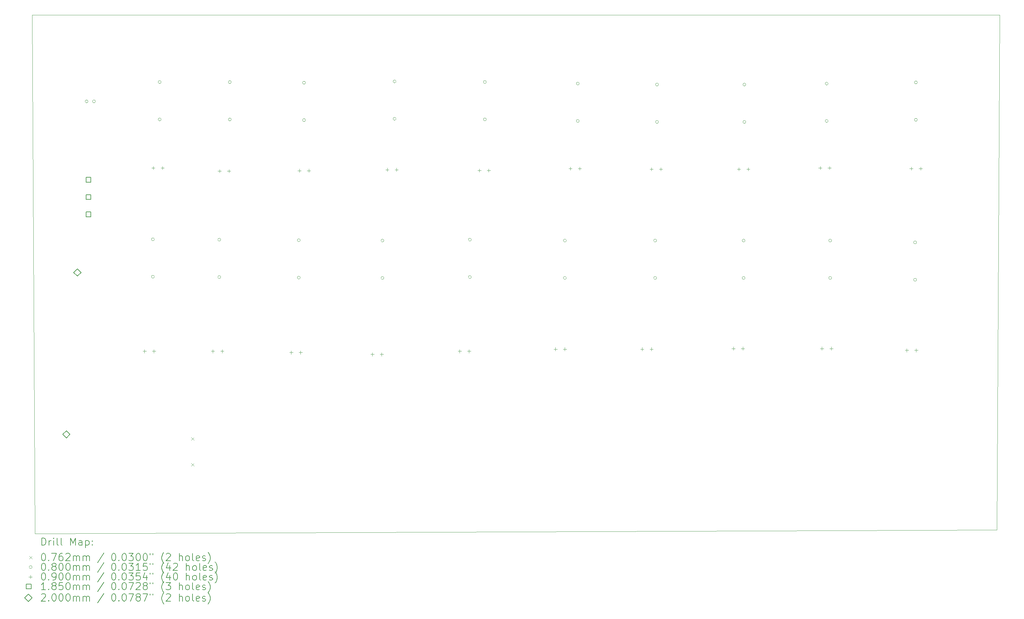
<source format=gbr>
%TF.GenerationSoftware,KiCad,Pcbnew,8.0.1-rc1*%
%TF.CreationDate,2024-09-01T13:54:38-05:00*%
%TF.ProjectId,PauseSwitch,50617573-6553-4776-9974-63682e6b6963,rev?*%
%TF.SameCoordinates,Original*%
%TF.FileFunction,Drillmap*%
%TF.FilePolarity,Positive*%
%FSLAX45Y45*%
G04 Gerber Fmt 4.5, Leading zero omitted, Abs format (unit mm)*
G04 Created by KiCad (PCBNEW 8.0.1-rc1) date 2024-09-01 13:54:38*
%MOMM*%
%LPD*%
G01*
G04 APERTURE LIST*
%ADD10C,0.050000*%
%ADD11C,0.200000*%
%ADD12C,0.100000*%
%ADD13C,0.185000*%
G04 APERTURE END LIST*
D10*
X27925000Y-1700000D02*
X27850000Y-15700000D01*
X27850000Y-15700000D02*
X1750000Y-15800000D01*
X1675000Y-1700000D02*
X1750000Y-15800000D01*
X1675000Y-1700000D02*
X27925000Y-1700000D01*
D11*
D12*
X5993250Y-13181900D02*
X6069450Y-13258100D01*
X6069450Y-13181900D02*
X5993250Y-13258100D01*
X5993250Y-13881900D02*
X6069450Y-13958100D01*
X6069450Y-13881900D02*
X5993250Y-13958100D01*
X3190000Y-4050000D02*
G75*
G02*
X3110000Y-4050000I-40000J0D01*
G01*
X3110000Y-4050000D02*
G75*
G02*
X3190000Y-4050000I40000J0D01*
G01*
X3390000Y-4050000D02*
G75*
G02*
X3310000Y-4050000I-40000J0D01*
G01*
X3310000Y-4050000D02*
G75*
G02*
X3390000Y-4050000I40000J0D01*
G01*
X4990000Y-7800000D02*
G75*
G02*
X4910000Y-7800000I-40000J0D01*
G01*
X4910000Y-7800000D02*
G75*
G02*
X4990000Y-7800000I40000J0D01*
G01*
X4990000Y-8816000D02*
G75*
G02*
X4910000Y-8816000I-40000J0D01*
G01*
X4910000Y-8816000D02*
G75*
G02*
X4990000Y-8816000I40000J0D01*
G01*
X5173000Y-3524500D02*
G75*
G02*
X5093000Y-3524500I-40000J0D01*
G01*
X5093000Y-3524500D02*
G75*
G02*
X5173000Y-3524500I40000J0D01*
G01*
X5173000Y-4540500D02*
G75*
G02*
X5093000Y-4540500I-40000J0D01*
G01*
X5093000Y-4540500D02*
G75*
G02*
X5173000Y-4540500I40000J0D01*
G01*
X6790000Y-7808000D02*
G75*
G02*
X6710000Y-7808000I-40000J0D01*
G01*
X6710000Y-7808000D02*
G75*
G02*
X6790000Y-7808000I40000J0D01*
G01*
X6790000Y-8824000D02*
G75*
G02*
X6710000Y-8824000I-40000J0D01*
G01*
X6710000Y-8824000D02*
G75*
G02*
X6790000Y-8824000I40000J0D01*
G01*
X7077000Y-3524500D02*
G75*
G02*
X6997000Y-3524500I-40000J0D01*
G01*
X6997000Y-3524500D02*
G75*
G02*
X7077000Y-3524500I40000J0D01*
G01*
X7077000Y-4540500D02*
G75*
G02*
X6997000Y-4540500I-40000J0D01*
G01*
X6997000Y-4540500D02*
G75*
G02*
X7077000Y-4540500I40000J0D01*
G01*
X8948000Y-7823000D02*
G75*
G02*
X8868000Y-7823000I-40000J0D01*
G01*
X8868000Y-7823000D02*
G75*
G02*
X8948000Y-7823000I40000J0D01*
G01*
X8948000Y-8839000D02*
G75*
G02*
X8868000Y-8839000I-40000J0D01*
G01*
X8868000Y-8839000D02*
G75*
G02*
X8948000Y-8839000I40000J0D01*
G01*
X9090000Y-3542000D02*
G75*
G02*
X9010000Y-3542000I-40000J0D01*
G01*
X9010000Y-3542000D02*
G75*
G02*
X9090000Y-3542000I40000J0D01*
G01*
X9090000Y-4558000D02*
G75*
G02*
X9010000Y-4558000I-40000J0D01*
G01*
X9010000Y-4558000D02*
G75*
G02*
X9090000Y-4558000I40000J0D01*
G01*
X11219000Y-7832500D02*
G75*
G02*
X11139000Y-7832500I-40000J0D01*
G01*
X11139000Y-7832500D02*
G75*
G02*
X11219000Y-7832500I40000J0D01*
G01*
X11219000Y-8848500D02*
G75*
G02*
X11139000Y-8848500I-40000J0D01*
G01*
X11139000Y-8848500D02*
G75*
G02*
X11219000Y-8848500I40000J0D01*
G01*
X11548000Y-3507000D02*
G75*
G02*
X11468000Y-3507000I-40000J0D01*
G01*
X11468000Y-3507000D02*
G75*
G02*
X11548000Y-3507000I40000J0D01*
G01*
X11548000Y-4523000D02*
G75*
G02*
X11468000Y-4523000I-40000J0D01*
G01*
X11468000Y-4523000D02*
G75*
G02*
X11548000Y-4523000I40000J0D01*
G01*
X13590000Y-7808000D02*
G75*
G02*
X13510000Y-7808000I-40000J0D01*
G01*
X13510000Y-7808000D02*
G75*
G02*
X13590000Y-7808000I40000J0D01*
G01*
X13590000Y-8824000D02*
G75*
G02*
X13510000Y-8824000I-40000J0D01*
G01*
X13510000Y-8824000D02*
G75*
G02*
X13590000Y-8824000I40000J0D01*
G01*
X13998000Y-3524500D02*
G75*
G02*
X13918000Y-3524500I-40000J0D01*
G01*
X13918000Y-3524500D02*
G75*
G02*
X13998000Y-3524500I40000J0D01*
G01*
X13998000Y-4540500D02*
G75*
G02*
X13918000Y-4540500I-40000J0D01*
G01*
X13918000Y-4540500D02*
G75*
G02*
X13998000Y-4540500I40000J0D01*
G01*
X16169000Y-7832500D02*
G75*
G02*
X16089000Y-7832500I-40000J0D01*
G01*
X16089000Y-7832500D02*
G75*
G02*
X16169000Y-7832500I40000J0D01*
G01*
X16169000Y-8848500D02*
G75*
G02*
X16089000Y-8848500I-40000J0D01*
G01*
X16089000Y-8848500D02*
G75*
G02*
X16169000Y-8848500I40000J0D01*
G01*
X16519000Y-3566500D02*
G75*
G02*
X16439000Y-3566500I-40000J0D01*
G01*
X16439000Y-3566500D02*
G75*
G02*
X16519000Y-3566500I40000J0D01*
G01*
X16519000Y-4582500D02*
G75*
G02*
X16439000Y-4582500I-40000J0D01*
G01*
X16439000Y-4582500D02*
G75*
G02*
X16519000Y-4582500I40000J0D01*
G01*
X18619000Y-7832500D02*
G75*
G02*
X18539000Y-7832500I-40000J0D01*
G01*
X18539000Y-7832500D02*
G75*
G02*
X18619000Y-7832500I40000J0D01*
G01*
X18619000Y-8848500D02*
G75*
G02*
X18539000Y-8848500I-40000J0D01*
G01*
X18539000Y-8848500D02*
G75*
G02*
X18619000Y-8848500I40000J0D01*
G01*
X18669000Y-3592000D02*
G75*
G02*
X18589000Y-3592000I-40000J0D01*
G01*
X18589000Y-3592000D02*
G75*
G02*
X18669000Y-3592000I40000J0D01*
G01*
X18669000Y-4608000D02*
G75*
G02*
X18589000Y-4608000I-40000J0D01*
G01*
X18589000Y-4608000D02*
G75*
G02*
X18669000Y-4608000I40000J0D01*
G01*
X21019000Y-7832500D02*
G75*
G02*
X20939000Y-7832500I-40000J0D01*
G01*
X20939000Y-7832500D02*
G75*
G02*
X21019000Y-7832500I40000J0D01*
G01*
X21019000Y-8848500D02*
G75*
G02*
X20939000Y-8848500I-40000J0D01*
G01*
X20939000Y-8848500D02*
G75*
G02*
X21019000Y-8848500I40000J0D01*
G01*
X21040000Y-3592000D02*
G75*
G02*
X20960000Y-3592000I-40000J0D01*
G01*
X20960000Y-3592000D02*
G75*
G02*
X21040000Y-3592000I40000J0D01*
G01*
X21040000Y-4608000D02*
G75*
G02*
X20960000Y-4608000I-40000J0D01*
G01*
X20960000Y-4608000D02*
G75*
G02*
X21040000Y-4608000I40000J0D01*
G01*
X23273000Y-3566500D02*
G75*
G02*
X23193000Y-3566500I-40000J0D01*
G01*
X23193000Y-3566500D02*
G75*
G02*
X23273000Y-3566500I40000J0D01*
G01*
X23273000Y-4582500D02*
G75*
G02*
X23193000Y-4582500I-40000J0D01*
G01*
X23193000Y-4582500D02*
G75*
G02*
X23273000Y-4582500I40000J0D01*
G01*
X23369000Y-7832500D02*
G75*
G02*
X23289000Y-7832500I-40000J0D01*
G01*
X23289000Y-7832500D02*
G75*
G02*
X23369000Y-7832500I40000J0D01*
G01*
X23369000Y-8848500D02*
G75*
G02*
X23289000Y-8848500I-40000J0D01*
G01*
X23289000Y-8848500D02*
G75*
G02*
X23369000Y-8848500I40000J0D01*
G01*
X25673000Y-7882500D02*
G75*
G02*
X25593000Y-7882500I-40000J0D01*
G01*
X25593000Y-7882500D02*
G75*
G02*
X25673000Y-7882500I40000J0D01*
G01*
X25673000Y-8898500D02*
G75*
G02*
X25593000Y-8898500I-40000J0D01*
G01*
X25593000Y-8898500D02*
G75*
G02*
X25673000Y-8898500I40000J0D01*
G01*
X25694000Y-3534000D02*
G75*
G02*
X25614000Y-3534000I-40000J0D01*
G01*
X25614000Y-3534000D02*
G75*
G02*
X25694000Y-3534000I40000J0D01*
G01*
X25694000Y-4550000D02*
G75*
G02*
X25614000Y-4550000I-40000J0D01*
G01*
X25614000Y-4550000D02*
G75*
G02*
X25694000Y-4550000I40000J0D01*
G01*
X4725000Y-10795500D02*
X4725000Y-10885500D01*
X4680000Y-10840500D02*
X4770000Y-10840500D01*
X4958000Y-5812000D02*
X4958000Y-5902000D01*
X4913000Y-5857000D02*
X5003000Y-5857000D01*
X4979000Y-10795500D02*
X4979000Y-10885500D01*
X4934000Y-10840500D02*
X5024000Y-10840500D01*
X5212000Y-5812000D02*
X5212000Y-5902000D01*
X5167000Y-5857000D02*
X5257000Y-5857000D01*
X6575000Y-10795500D02*
X6575000Y-10885500D01*
X6530000Y-10840500D02*
X6620000Y-10840500D01*
X6758000Y-5897000D02*
X6758000Y-5987000D01*
X6713000Y-5942000D02*
X6803000Y-5942000D01*
X6829000Y-10795500D02*
X6829000Y-10885500D01*
X6784000Y-10840500D02*
X6874000Y-10840500D01*
X7012000Y-5897000D02*
X7012000Y-5987000D01*
X6967000Y-5942000D02*
X7057000Y-5942000D01*
X8704000Y-10828000D02*
X8704000Y-10918000D01*
X8659000Y-10873000D02*
X8749000Y-10873000D01*
X8925000Y-5887500D02*
X8925000Y-5977500D01*
X8880000Y-5932500D02*
X8970000Y-5932500D01*
X8958000Y-10828000D02*
X8958000Y-10918000D01*
X8913000Y-10873000D02*
X9003000Y-10873000D01*
X9179000Y-5887500D02*
X9179000Y-5977500D01*
X9134000Y-5932500D02*
X9224000Y-5932500D01*
X10904000Y-10878000D02*
X10904000Y-10968000D01*
X10859000Y-10923000D02*
X10949000Y-10923000D01*
X11158000Y-10878000D02*
X11158000Y-10968000D01*
X11113000Y-10923000D02*
X11203000Y-10923000D01*
X11308000Y-5862000D02*
X11308000Y-5952000D01*
X11263000Y-5907000D02*
X11353000Y-5907000D01*
X11562000Y-5862000D02*
X11562000Y-5952000D01*
X11517000Y-5907000D02*
X11607000Y-5907000D01*
X13275000Y-10795500D02*
X13275000Y-10885500D01*
X13230000Y-10840500D02*
X13320000Y-10840500D01*
X13529000Y-10795500D02*
X13529000Y-10885500D01*
X13484000Y-10840500D02*
X13574000Y-10840500D01*
X13808000Y-5879500D02*
X13808000Y-5969500D01*
X13763000Y-5924500D02*
X13853000Y-5924500D01*
X14062000Y-5879500D02*
X14062000Y-5969500D01*
X14017000Y-5924500D02*
X14107000Y-5924500D01*
X15875000Y-10737500D02*
X15875000Y-10827500D01*
X15830000Y-10782500D02*
X15920000Y-10782500D01*
X16129000Y-10737500D02*
X16129000Y-10827500D01*
X16084000Y-10782500D02*
X16174000Y-10782500D01*
X16279000Y-5829500D02*
X16279000Y-5919500D01*
X16234000Y-5874500D02*
X16324000Y-5874500D01*
X16533000Y-5829500D02*
X16533000Y-5919500D01*
X16488000Y-5874500D02*
X16578000Y-5874500D01*
X18225000Y-10737500D02*
X18225000Y-10827500D01*
X18180000Y-10782500D02*
X18270000Y-10782500D01*
X18479000Y-5847000D02*
X18479000Y-5937000D01*
X18434000Y-5892000D02*
X18524000Y-5892000D01*
X18479000Y-10737500D02*
X18479000Y-10827500D01*
X18434000Y-10782500D02*
X18524000Y-10782500D01*
X18733000Y-5847000D02*
X18733000Y-5937000D01*
X18688000Y-5892000D02*
X18778000Y-5892000D01*
X20704000Y-10720000D02*
X20704000Y-10810000D01*
X20659000Y-10765000D02*
X20749000Y-10765000D01*
X20850000Y-5847000D02*
X20850000Y-5937000D01*
X20805000Y-5892000D02*
X20895000Y-5892000D01*
X20958000Y-10720000D02*
X20958000Y-10810000D01*
X20913000Y-10765000D02*
X21003000Y-10765000D01*
X21104000Y-5847000D02*
X21104000Y-5937000D01*
X21059000Y-5892000D02*
X21149000Y-5892000D01*
X23058000Y-5812000D02*
X23058000Y-5902000D01*
X23013000Y-5857000D02*
X23103000Y-5857000D01*
X23104000Y-10720000D02*
X23104000Y-10810000D01*
X23059000Y-10765000D02*
X23149000Y-10765000D01*
X23312000Y-5812000D02*
X23312000Y-5902000D01*
X23267000Y-5857000D02*
X23357000Y-5857000D01*
X23358000Y-10720000D02*
X23358000Y-10810000D01*
X23313000Y-10765000D02*
X23403000Y-10765000D01*
X25408000Y-10770000D02*
X25408000Y-10860000D01*
X25363000Y-10815000D02*
X25453000Y-10815000D01*
X25529000Y-5829500D02*
X25529000Y-5919500D01*
X25484000Y-5874500D02*
X25574000Y-5874500D01*
X25662000Y-10770000D02*
X25662000Y-10860000D01*
X25617000Y-10815000D02*
X25707000Y-10815000D01*
X25783000Y-5829500D02*
X25783000Y-5919500D01*
X25738000Y-5874500D02*
X25828000Y-5874500D01*
D13*
X3265408Y-6245408D02*
X3265408Y-6114592D01*
X3134592Y-6114592D01*
X3134592Y-6245408D01*
X3265408Y-6245408D01*
X3265408Y-6715408D02*
X3265408Y-6584592D01*
X3134592Y-6584592D01*
X3134592Y-6715408D01*
X3265408Y-6715408D01*
X3265408Y-7185408D02*
X3265408Y-7054592D01*
X3134592Y-7054592D01*
X3134592Y-7185408D01*
X3265408Y-7185408D01*
D11*
X2600000Y-13200000D02*
X2700000Y-13100000D01*
X2600000Y-13000000D01*
X2500000Y-13100000D01*
X2600000Y-13200000D01*
X2900000Y-8800000D02*
X3000000Y-8700000D01*
X2900000Y-8600000D01*
X2800000Y-8700000D01*
X2900000Y-8800000D01*
X1933277Y-16113984D02*
X1933277Y-15913984D01*
X1933277Y-15913984D02*
X1980896Y-15913984D01*
X1980896Y-15913984D02*
X2009467Y-15923508D01*
X2009467Y-15923508D02*
X2028515Y-15942555D01*
X2028515Y-15942555D02*
X2038039Y-15961603D01*
X2038039Y-15961603D02*
X2047562Y-15999698D01*
X2047562Y-15999698D02*
X2047562Y-16028269D01*
X2047562Y-16028269D02*
X2038039Y-16066365D01*
X2038039Y-16066365D02*
X2028515Y-16085412D01*
X2028515Y-16085412D02*
X2009467Y-16104460D01*
X2009467Y-16104460D02*
X1980896Y-16113984D01*
X1980896Y-16113984D02*
X1933277Y-16113984D01*
X2133277Y-16113984D02*
X2133277Y-15980650D01*
X2133277Y-16018746D02*
X2142801Y-15999698D01*
X2142801Y-15999698D02*
X2152324Y-15990174D01*
X2152324Y-15990174D02*
X2171372Y-15980650D01*
X2171372Y-15980650D02*
X2190420Y-15980650D01*
X2257086Y-16113984D02*
X2257086Y-15980650D01*
X2257086Y-15913984D02*
X2247563Y-15923508D01*
X2247563Y-15923508D02*
X2257086Y-15933031D01*
X2257086Y-15933031D02*
X2266610Y-15923508D01*
X2266610Y-15923508D02*
X2257086Y-15913984D01*
X2257086Y-15913984D02*
X2257086Y-15933031D01*
X2380896Y-16113984D02*
X2361848Y-16104460D01*
X2361848Y-16104460D02*
X2352324Y-16085412D01*
X2352324Y-16085412D02*
X2352324Y-15913984D01*
X2485658Y-16113984D02*
X2466610Y-16104460D01*
X2466610Y-16104460D02*
X2457086Y-16085412D01*
X2457086Y-16085412D02*
X2457086Y-15913984D01*
X2714229Y-16113984D02*
X2714229Y-15913984D01*
X2714229Y-15913984D02*
X2780896Y-16056841D01*
X2780896Y-16056841D02*
X2847562Y-15913984D01*
X2847562Y-15913984D02*
X2847562Y-16113984D01*
X3028515Y-16113984D02*
X3028515Y-16009222D01*
X3028515Y-16009222D02*
X3018991Y-15990174D01*
X3018991Y-15990174D02*
X2999943Y-15980650D01*
X2999943Y-15980650D02*
X2961848Y-15980650D01*
X2961848Y-15980650D02*
X2942801Y-15990174D01*
X3028515Y-16104460D02*
X3009467Y-16113984D01*
X3009467Y-16113984D02*
X2961848Y-16113984D01*
X2961848Y-16113984D02*
X2942801Y-16104460D01*
X2942801Y-16104460D02*
X2933277Y-16085412D01*
X2933277Y-16085412D02*
X2933277Y-16066365D01*
X2933277Y-16066365D02*
X2942801Y-16047317D01*
X2942801Y-16047317D02*
X2961848Y-16037793D01*
X2961848Y-16037793D02*
X3009467Y-16037793D01*
X3009467Y-16037793D02*
X3028515Y-16028269D01*
X3123753Y-15980650D02*
X3123753Y-16180650D01*
X3123753Y-15990174D02*
X3142801Y-15980650D01*
X3142801Y-15980650D02*
X3180896Y-15980650D01*
X3180896Y-15980650D02*
X3199943Y-15990174D01*
X3199943Y-15990174D02*
X3209467Y-15999698D01*
X3209467Y-15999698D02*
X3218991Y-16018746D01*
X3218991Y-16018746D02*
X3218991Y-16075888D01*
X3218991Y-16075888D02*
X3209467Y-16094936D01*
X3209467Y-16094936D02*
X3199943Y-16104460D01*
X3199943Y-16104460D02*
X3180896Y-16113984D01*
X3180896Y-16113984D02*
X3142801Y-16113984D01*
X3142801Y-16113984D02*
X3123753Y-16104460D01*
X3304705Y-16094936D02*
X3314229Y-16104460D01*
X3314229Y-16104460D02*
X3304705Y-16113984D01*
X3304705Y-16113984D02*
X3295182Y-16104460D01*
X3295182Y-16104460D02*
X3304705Y-16094936D01*
X3304705Y-16094936D02*
X3304705Y-16113984D01*
X3304705Y-15990174D02*
X3314229Y-15999698D01*
X3314229Y-15999698D02*
X3304705Y-16009222D01*
X3304705Y-16009222D02*
X3295182Y-15999698D01*
X3295182Y-15999698D02*
X3304705Y-15990174D01*
X3304705Y-15990174D02*
X3304705Y-16009222D01*
D12*
X1596300Y-16404400D02*
X1672500Y-16480600D01*
X1672500Y-16404400D02*
X1596300Y-16480600D01*
D11*
X1971372Y-16333984D02*
X1990420Y-16333984D01*
X1990420Y-16333984D02*
X2009467Y-16343508D01*
X2009467Y-16343508D02*
X2018991Y-16353031D01*
X2018991Y-16353031D02*
X2028515Y-16372079D01*
X2028515Y-16372079D02*
X2038039Y-16410174D01*
X2038039Y-16410174D02*
X2038039Y-16457793D01*
X2038039Y-16457793D02*
X2028515Y-16495888D01*
X2028515Y-16495888D02*
X2018991Y-16514936D01*
X2018991Y-16514936D02*
X2009467Y-16524460D01*
X2009467Y-16524460D02*
X1990420Y-16533984D01*
X1990420Y-16533984D02*
X1971372Y-16533984D01*
X1971372Y-16533984D02*
X1952324Y-16524460D01*
X1952324Y-16524460D02*
X1942801Y-16514936D01*
X1942801Y-16514936D02*
X1933277Y-16495888D01*
X1933277Y-16495888D02*
X1923753Y-16457793D01*
X1923753Y-16457793D02*
X1923753Y-16410174D01*
X1923753Y-16410174D02*
X1933277Y-16372079D01*
X1933277Y-16372079D02*
X1942801Y-16353031D01*
X1942801Y-16353031D02*
X1952324Y-16343508D01*
X1952324Y-16343508D02*
X1971372Y-16333984D01*
X2123753Y-16514936D02*
X2133277Y-16524460D01*
X2133277Y-16524460D02*
X2123753Y-16533984D01*
X2123753Y-16533984D02*
X2114229Y-16524460D01*
X2114229Y-16524460D02*
X2123753Y-16514936D01*
X2123753Y-16514936D02*
X2123753Y-16533984D01*
X2199944Y-16333984D02*
X2333277Y-16333984D01*
X2333277Y-16333984D02*
X2247563Y-16533984D01*
X2495182Y-16333984D02*
X2457086Y-16333984D01*
X2457086Y-16333984D02*
X2438039Y-16343508D01*
X2438039Y-16343508D02*
X2428515Y-16353031D01*
X2428515Y-16353031D02*
X2409467Y-16381603D01*
X2409467Y-16381603D02*
X2399944Y-16419698D01*
X2399944Y-16419698D02*
X2399944Y-16495888D01*
X2399944Y-16495888D02*
X2409467Y-16514936D01*
X2409467Y-16514936D02*
X2418991Y-16524460D01*
X2418991Y-16524460D02*
X2438039Y-16533984D01*
X2438039Y-16533984D02*
X2476134Y-16533984D01*
X2476134Y-16533984D02*
X2495182Y-16524460D01*
X2495182Y-16524460D02*
X2504705Y-16514936D01*
X2504705Y-16514936D02*
X2514229Y-16495888D01*
X2514229Y-16495888D02*
X2514229Y-16448269D01*
X2514229Y-16448269D02*
X2504705Y-16429222D01*
X2504705Y-16429222D02*
X2495182Y-16419698D01*
X2495182Y-16419698D02*
X2476134Y-16410174D01*
X2476134Y-16410174D02*
X2438039Y-16410174D01*
X2438039Y-16410174D02*
X2418991Y-16419698D01*
X2418991Y-16419698D02*
X2409467Y-16429222D01*
X2409467Y-16429222D02*
X2399944Y-16448269D01*
X2590420Y-16353031D02*
X2599944Y-16343508D01*
X2599944Y-16343508D02*
X2618991Y-16333984D01*
X2618991Y-16333984D02*
X2666610Y-16333984D01*
X2666610Y-16333984D02*
X2685658Y-16343508D01*
X2685658Y-16343508D02*
X2695182Y-16353031D01*
X2695182Y-16353031D02*
X2704705Y-16372079D01*
X2704705Y-16372079D02*
X2704705Y-16391127D01*
X2704705Y-16391127D02*
X2695182Y-16419698D01*
X2695182Y-16419698D02*
X2580896Y-16533984D01*
X2580896Y-16533984D02*
X2704705Y-16533984D01*
X2790420Y-16533984D02*
X2790420Y-16400650D01*
X2790420Y-16419698D02*
X2799943Y-16410174D01*
X2799943Y-16410174D02*
X2818991Y-16400650D01*
X2818991Y-16400650D02*
X2847563Y-16400650D01*
X2847563Y-16400650D02*
X2866610Y-16410174D01*
X2866610Y-16410174D02*
X2876134Y-16429222D01*
X2876134Y-16429222D02*
X2876134Y-16533984D01*
X2876134Y-16429222D02*
X2885658Y-16410174D01*
X2885658Y-16410174D02*
X2904705Y-16400650D01*
X2904705Y-16400650D02*
X2933277Y-16400650D01*
X2933277Y-16400650D02*
X2952324Y-16410174D01*
X2952324Y-16410174D02*
X2961848Y-16429222D01*
X2961848Y-16429222D02*
X2961848Y-16533984D01*
X3057086Y-16533984D02*
X3057086Y-16400650D01*
X3057086Y-16419698D02*
X3066610Y-16410174D01*
X3066610Y-16410174D02*
X3085658Y-16400650D01*
X3085658Y-16400650D02*
X3114229Y-16400650D01*
X3114229Y-16400650D02*
X3133277Y-16410174D01*
X3133277Y-16410174D02*
X3142801Y-16429222D01*
X3142801Y-16429222D02*
X3142801Y-16533984D01*
X3142801Y-16429222D02*
X3152324Y-16410174D01*
X3152324Y-16410174D02*
X3171372Y-16400650D01*
X3171372Y-16400650D02*
X3199943Y-16400650D01*
X3199943Y-16400650D02*
X3218991Y-16410174D01*
X3218991Y-16410174D02*
X3228515Y-16429222D01*
X3228515Y-16429222D02*
X3228515Y-16533984D01*
X3618991Y-16324460D02*
X3447563Y-16581603D01*
X3876134Y-16333984D02*
X3895182Y-16333984D01*
X3895182Y-16333984D02*
X3914229Y-16343508D01*
X3914229Y-16343508D02*
X3923753Y-16353031D01*
X3923753Y-16353031D02*
X3933277Y-16372079D01*
X3933277Y-16372079D02*
X3942801Y-16410174D01*
X3942801Y-16410174D02*
X3942801Y-16457793D01*
X3942801Y-16457793D02*
X3933277Y-16495888D01*
X3933277Y-16495888D02*
X3923753Y-16514936D01*
X3923753Y-16514936D02*
X3914229Y-16524460D01*
X3914229Y-16524460D02*
X3895182Y-16533984D01*
X3895182Y-16533984D02*
X3876134Y-16533984D01*
X3876134Y-16533984D02*
X3857086Y-16524460D01*
X3857086Y-16524460D02*
X3847563Y-16514936D01*
X3847563Y-16514936D02*
X3838039Y-16495888D01*
X3838039Y-16495888D02*
X3828515Y-16457793D01*
X3828515Y-16457793D02*
X3828515Y-16410174D01*
X3828515Y-16410174D02*
X3838039Y-16372079D01*
X3838039Y-16372079D02*
X3847563Y-16353031D01*
X3847563Y-16353031D02*
X3857086Y-16343508D01*
X3857086Y-16343508D02*
X3876134Y-16333984D01*
X4028515Y-16514936D02*
X4038039Y-16524460D01*
X4038039Y-16524460D02*
X4028515Y-16533984D01*
X4028515Y-16533984D02*
X4018991Y-16524460D01*
X4018991Y-16524460D02*
X4028515Y-16514936D01*
X4028515Y-16514936D02*
X4028515Y-16533984D01*
X4161848Y-16333984D02*
X4180896Y-16333984D01*
X4180896Y-16333984D02*
X4199944Y-16343508D01*
X4199944Y-16343508D02*
X4209468Y-16353031D01*
X4209468Y-16353031D02*
X4218991Y-16372079D01*
X4218991Y-16372079D02*
X4228515Y-16410174D01*
X4228515Y-16410174D02*
X4228515Y-16457793D01*
X4228515Y-16457793D02*
X4218991Y-16495888D01*
X4218991Y-16495888D02*
X4209468Y-16514936D01*
X4209468Y-16514936D02*
X4199944Y-16524460D01*
X4199944Y-16524460D02*
X4180896Y-16533984D01*
X4180896Y-16533984D02*
X4161848Y-16533984D01*
X4161848Y-16533984D02*
X4142801Y-16524460D01*
X4142801Y-16524460D02*
X4133277Y-16514936D01*
X4133277Y-16514936D02*
X4123753Y-16495888D01*
X4123753Y-16495888D02*
X4114229Y-16457793D01*
X4114229Y-16457793D02*
X4114229Y-16410174D01*
X4114229Y-16410174D02*
X4123753Y-16372079D01*
X4123753Y-16372079D02*
X4133277Y-16353031D01*
X4133277Y-16353031D02*
X4142801Y-16343508D01*
X4142801Y-16343508D02*
X4161848Y-16333984D01*
X4295182Y-16333984D02*
X4418991Y-16333984D01*
X4418991Y-16333984D02*
X4352325Y-16410174D01*
X4352325Y-16410174D02*
X4380896Y-16410174D01*
X4380896Y-16410174D02*
X4399944Y-16419698D01*
X4399944Y-16419698D02*
X4409468Y-16429222D01*
X4409468Y-16429222D02*
X4418991Y-16448269D01*
X4418991Y-16448269D02*
X4418991Y-16495888D01*
X4418991Y-16495888D02*
X4409468Y-16514936D01*
X4409468Y-16514936D02*
X4399944Y-16524460D01*
X4399944Y-16524460D02*
X4380896Y-16533984D01*
X4380896Y-16533984D02*
X4323753Y-16533984D01*
X4323753Y-16533984D02*
X4304706Y-16524460D01*
X4304706Y-16524460D02*
X4295182Y-16514936D01*
X4542801Y-16333984D02*
X4561849Y-16333984D01*
X4561849Y-16333984D02*
X4580896Y-16343508D01*
X4580896Y-16343508D02*
X4590420Y-16353031D01*
X4590420Y-16353031D02*
X4599944Y-16372079D01*
X4599944Y-16372079D02*
X4609468Y-16410174D01*
X4609468Y-16410174D02*
X4609468Y-16457793D01*
X4609468Y-16457793D02*
X4599944Y-16495888D01*
X4599944Y-16495888D02*
X4590420Y-16514936D01*
X4590420Y-16514936D02*
X4580896Y-16524460D01*
X4580896Y-16524460D02*
X4561849Y-16533984D01*
X4561849Y-16533984D02*
X4542801Y-16533984D01*
X4542801Y-16533984D02*
X4523753Y-16524460D01*
X4523753Y-16524460D02*
X4514229Y-16514936D01*
X4514229Y-16514936D02*
X4504706Y-16495888D01*
X4504706Y-16495888D02*
X4495182Y-16457793D01*
X4495182Y-16457793D02*
X4495182Y-16410174D01*
X4495182Y-16410174D02*
X4504706Y-16372079D01*
X4504706Y-16372079D02*
X4514229Y-16353031D01*
X4514229Y-16353031D02*
X4523753Y-16343508D01*
X4523753Y-16343508D02*
X4542801Y-16333984D01*
X4733277Y-16333984D02*
X4752325Y-16333984D01*
X4752325Y-16333984D02*
X4771372Y-16343508D01*
X4771372Y-16343508D02*
X4780896Y-16353031D01*
X4780896Y-16353031D02*
X4790420Y-16372079D01*
X4790420Y-16372079D02*
X4799944Y-16410174D01*
X4799944Y-16410174D02*
X4799944Y-16457793D01*
X4799944Y-16457793D02*
X4790420Y-16495888D01*
X4790420Y-16495888D02*
X4780896Y-16514936D01*
X4780896Y-16514936D02*
X4771372Y-16524460D01*
X4771372Y-16524460D02*
X4752325Y-16533984D01*
X4752325Y-16533984D02*
X4733277Y-16533984D01*
X4733277Y-16533984D02*
X4714229Y-16524460D01*
X4714229Y-16524460D02*
X4704706Y-16514936D01*
X4704706Y-16514936D02*
X4695182Y-16495888D01*
X4695182Y-16495888D02*
X4685658Y-16457793D01*
X4685658Y-16457793D02*
X4685658Y-16410174D01*
X4685658Y-16410174D02*
X4695182Y-16372079D01*
X4695182Y-16372079D02*
X4704706Y-16353031D01*
X4704706Y-16353031D02*
X4714229Y-16343508D01*
X4714229Y-16343508D02*
X4733277Y-16333984D01*
X4876134Y-16333984D02*
X4876134Y-16372079D01*
X4952325Y-16333984D02*
X4952325Y-16372079D01*
X5247563Y-16610174D02*
X5238039Y-16600650D01*
X5238039Y-16600650D02*
X5218991Y-16572079D01*
X5218991Y-16572079D02*
X5209468Y-16553031D01*
X5209468Y-16553031D02*
X5199944Y-16524460D01*
X5199944Y-16524460D02*
X5190420Y-16476841D01*
X5190420Y-16476841D02*
X5190420Y-16438746D01*
X5190420Y-16438746D02*
X5199944Y-16391127D01*
X5199944Y-16391127D02*
X5209468Y-16362555D01*
X5209468Y-16362555D02*
X5218991Y-16343508D01*
X5218991Y-16343508D02*
X5238039Y-16314936D01*
X5238039Y-16314936D02*
X5247563Y-16305412D01*
X5314230Y-16353031D02*
X5323753Y-16343508D01*
X5323753Y-16343508D02*
X5342801Y-16333984D01*
X5342801Y-16333984D02*
X5390420Y-16333984D01*
X5390420Y-16333984D02*
X5409468Y-16343508D01*
X5409468Y-16343508D02*
X5418991Y-16353031D01*
X5418991Y-16353031D02*
X5428515Y-16372079D01*
X5428515Y-16372079D02*
X5428515Y-16391127D01*
X5428515Y-16391127D02*
X5418991Y-16419698D01*
X5418991Y-16419698D02*
X5304706Y-16533984D01*
X5304706Y-16533984D02*
X5428515Y-16533984D01*
X5666610Y-16533984D02*
X5666610Y-16333984D01*
X5752325Y-16533984D02*
X5752325Y-16429222D01*
X5752325Y-16429222D02*
X5742801Y-16410174D01*
X5742801Y-16410174D02*
X5723753Y-16400650D01*
X5723753Y-16400650D02*
X5695182Y-16400650D01*
X5695182Y-16400650D02*
X5676134Y-16410174D01*
X5676134Y-16410174D02*
X5666610Y-16419698D01*
X5876134Y-16533984D02*
X5857087Y-16524460D01*
X5857087Y-16524460D02*
X5847563Y-16514936D01*
X5847563Y-16514936D02*
X5838039Y-16495888D01*
X5838039Y-16495888D02*
X5838039Y-16438746D01*
X5838039Y-16438746D02*
X5847563Y-16419698D01*
X5847563Y-16419698D02*
X5857087Y-16410174D01*
X5857087Y-16410174D02*
X5876134Y-16400650D01*
X5876134Y-16400650D02*
X5904706Y-16400650D01*
X5904706Y-16400650D02*
X5923753Y-16410174D01*
X5923753Y-16410174D02*
X5933277Y-16419698D01*
X5933277Y-16419698D02*
X5942801Y-16438746D01*
X5942801Y-16438746D02*
X5942801Y-16495888D01*
X5942801Y-16495888D02*
X5933277Y-16514936D01*
X5933277Y-16514936D02*
X5923753Y-16524460D01*
X5923753Y-16524460D02*
X5904706Y-16533984D01*
X5904706Y-16533984D02*
X5876134Y-16533984D01*
X6057087Y-16533984D02*
X6038039Y-16524460D01*
X6038039Y-16524460D02*
X6028515Y-16505412D01*
X6028515Y-16505412D02*
X6028515Y-16333984D01*
X6209468Y-16524460D02*
X6190420Y-16533984D01*
X6190420Y-16533984D02*
X6152325Y-16533984D01*
X6152325Y-16533984D02*
X6133277Y-16524460D01*
X6133277Y-16524460D02*
X6123753Y-16505412D01*
X6123753Y-16505412D02*
X6123753Y-16429222D01*
X6123753Y-16429222D02*
X6133277Y-16410174D01*
X6133277Y-16410174D02*
X6152325Y-16400650D01*
X6152325Y-16400650D02*
X6190420Y-16400650D01*
X6190420Y-16400650D02*
X6209468Y-16410174D01*
X6209468Y-16410174D02*
X6218991Y-16429222D01*
X6218991Y-16429222D02*
X6218991Y-16448269D01*
X6218991Y-16448269D02*
X6123753Y-16467317D01*
X6295182Y-16524460D02*
X6314230Y-16533984D01*
X6314230Y-16533984D02*
X6352325Y-16533984D01*
X6352325Y-16533984D02*
X6371372Y-16524460D01*
X6371372Y-16524460D02*
X6380896Y-16505412D01*
X6380896Y-16505412D02*
X6380896Y-16495888D01*
X6380896Y-16495888D02*
X6371372Y-16476841D01*
X6371372Y-16476841D02*
X6352325Y-16467317D01*
X6352325Y-16467317D02*
X6323753Y-16467317D01*
X6323753Y-16467317D02*
X6304706Y-16457793D01*
X6304706Y-16457793D02*
X6295182Y-16438746D01*
X6295182Y-16438746D02*
X6295182Y-16429222D01*
X6295182Y-16429222D02*
X6304706Y-16410174D01*
X6304706Y-16410174D02*
X6323753Y-16400650D01*
X6323753Y-16400650D02*
X6352325Y-16400650D01*
X6352325Y-16400650D02*
X6371372Y-16410174D01*
X6447563Y-16610174D02*
X6457087Y-16600650D01*
X6457087Y-16600650D02*
X6476134Y-16572079D01*
X6476134Y-16572079D02*
X6485658Y-16553031D01*
X6485658Y-16553031D02*
X6495182Y-16524460D01*
X6495182Y-16524460D02*
X6504706Y-16476841D01*
X6504706Y-16476841D02*
X6504706Y-16438746D01*
X6504706Y-16438746D02*
X6495182Y-16391127D01*
X6495182Y-16391127D02*
X6485658Y-16362555D01*
X6485658Y-16362555D02*
X6476134Y-16343508D01*
X6476134Y-16343508D02*
X6457087Y-16314936D01*
X6457087Y-16314936D02*
X6447563Y-16305412D01*
D12*
X1672500Y-16706500D02*
G75*
G02*
X1592500Y-16706500I-40000J0D01*
G01*
X1592500Y-16706500D02*
G75*
G02*
X1672500Y-16706500I40000J0D01*
G01*
D11*
X1971372Y-16597984D02*
X1990420Y-16597984D01*
X1990420Y-16597984D02*
X2009467Y-16607508D01*
X2009467Y-16607508D02*
X2018991Y-16617031D01*
X2018991Y-16617031D02*
X2028515Y-16636079D01*
X2028515Y-16636079D02*
X2038039Y-16674174D01*
X2038039Y-16674174D02*
X2038039Y-16721793D01*
X2038039Y-16721793D02*
X2028515Y-16759888D01*
X2028515Y-16759888D02*
X2018991Y-16778936D01*
X2018991Y-16778936D02*
X2009467Y-16788460D01*
X2009467Y-16788460D02*
X1990420Y-16797984D01*
X1990420Y-16797984D02*
X1971372Y-16797984D01*
X1971372Y-16797984D02*
X1952324Y-16788460D01*
X1952324Y-16788460D02*
X1942801Y-16778936D01*
X1942801Y-16778936D02*
X1933277Y-16759888D01*
X1933277Y-16759888D02*
X1923753Y-16721793D01*
X1923753Y-16721793D02*
X1923753Y-16674174D01*
X1923753Y-16674174D02*
X1933277Y-16636079D01*
X1933277Y-16636079D02*
X1942801Y-16617031D01*
X1942801Y-16617031D02*
X1952324Y-16607508D01*
X1952324Y-16607508D02*
X1971372Y-16597984D01*
X2123753Y-16778936D02*
X2133277Y-16788460D01*
X2133277Y-16788460D02*
X2123753Y-16797984D01*
X2123753Y-16797984D02*
X2114229Y-16788460D01*
X2114229Y-16788460D02*
X2123753Y-16778936D01*
X2123753Y-16778936D02*
X2123753Y-16797984D01*
X2247563Y-16683698D02*
X2228515Y-16674174D01*
X2228515Y-16674174D02*
X2218991Y-16664650D01*
X2218991Y-16664650D02*
X2209467Y-16645603D01*
X2209467Y-16645603D02*
X2209467Y-16636079D01*
X2209467Y-16636079D02*
X2218991Y-16617031D01*
X2218991Y-16617031D02*
X2228515Y-16607508D01*
X2228515Y-16607508D02*
X2247563Y-16597984D01*
X2247563Y-16597984D02*
X2285658Y-16597984D01*
X2285658Y-16597984D02*
X2304705Y-16607508D01*
X2304705Y-16607508D02*
X2314229Y-16617031D01*
X2314229Y-16617031D02*
X2323753Y-16636079D01*
X2323753Y-16636079D02*
X2323753Y-16645603D01*
X2323753Y-16645603D02*
X2314229Y-16664650D01*
X2314229Y-16664650D02*
X2304705Y-16674174D01*
X2304705Y-16674174D02*
X2285658Y-16683698D01*
X2285658Y-16683698D02*
X2247563Y-16683698D01*
X2247563Y-16683698D02*
X2228515Y-16693222D01*
X2228515Y-16693222D02*
X2218991Y-16702746D01*
X2218991Y-16702746D02*
X2209467Y-16721793D01*
X2209467Y-16721793D02*
X2209467Y-16759888D01*
X2209467Y-16759888D02*
X2218991Y-16778936D01*
X2218991Y-16778936D02*
X2228515Y-16788460D01*
X2228515Y-16788460D02*
X2247563Y-16797984D01*
X2247563Y-16797984D02*
X2285658Y-16797984D01*
X2285658Y-16797984D02*
X2304705Y-16788460D01*
X2304705Y-16788460D02*
X2314229Y-16778936D01*
X2314229Y-16778936D02*
X2323753Y-16759888D01*
X2323753Y-16759888D02*
X2323753Y-16721793D01*
X2323753Y-16721793D02*
X2314229Y-16702746D01*
X2314229Y-16702746D02*
X2304705Y-16693222D01*
X2304705Y-16693222D02*
X2285658Y-16683698D01*
X2447563Y-16597984D02*
X2466610Y-16597984D01*
X2466610Y-16597984D02*
X2485658Y-16607508D01*
X2485658Y-16607508D02*
X2495182Y-16617031D01*
X2495182Y-16617031D02*
X2504705Y-16636079D01*
X2504705Y-16636079D02*
X2514229Y-16674174D01*
X2514229Y-16674174D02*
X2514229Y-16721793D01*
X2514229Y-16721793D02*
X2504705Y-16759888D01*
X2504705Y-16759888D02*
X2495182Y-16778936D01*
X2495182Y-16778936D02*
X2485658Y-16788460D01*
X2485658Y-16788460D02*
X2466610Y-16797984D01*
X2466610Y-16797984D02*
X2447563Y-16797984D01*
X2447563Y-16797984D02*
X2428515Y-16788460D01*
X2428515Y-16788460D02*
X2418991Y-16778936D01*
X2418991Y-16778936D02*
X2409467Y-16759888D01*
X2409467Y-16759888D02*
X2399944Y-16721793D01*
X2399944Y-16721793D02*
X2399944Y-16674174D01*
X2399944Y-16674174D02*
X2409467Y-16636079D01*
X2409467Y-16636079D02*
X2418991Y-16617031D01*
X2418991Y-16617031D02*
X2428515Y-16607508D01*
X2428515Y-16607508D02*
X2447563Y-16597984D01*
X2638039Y-16597984D02*
X2657086Y-16597984D01*
X2657086Y-16597984D02*
X2676134Y-16607508D01*
X2676134Y-16607508D02*
X2685658Y-16617031D01*
X2685658Y-16617031D02*
X2695182Y-16636079D01*
X2695182Y-16636079D02*
X2704705Y-16674174D01*
X2704705Y-16674174D02*
X2704705Y-16721793D01*
X2704705Y-16721793D02*
X2695182Y-16759888D01*
X2695182Y-16759888D02*
X2685658Y-16778936D01*
X2685658Y-16778936D02*
X2676134Y-16788460D01*
X2676134Y-16788460D02*
X2657086Y-16797984D01*
X2657086Y-16797984D02*
X2638039Y-16797984D01*
X2638039Y-16797984D02*
X2618991Y-16788460D01*
X2618991Y-16788460D02*
X2609467Y-16778936D01*
X2609467Y-16778936D02*
X2599944Y-16759888D01*
X2599944Y-16759888D02*
X2590420Y-16721793D01*
X2590420Y-16721793D02*
X2590420Y-16674174D01*
X2590420Y-16674174D02*
X2599944Y-16636079D01*
X2599944Y-16636079D02*
X2609467Y-16617031D01*
X2609467Y-16617031D02*
X2618991Y-16607508D01*
X2618991Y-16607508D02*
X2638039Y-16597984D01*
X2790420Y-16797984D02*
X2790420Y-16664650D01*
X2790420Y-16683698D02*
X2799943Y-16674174D01*
X2799943Y-16674174D02*
X2818991Y-16664650D01*
X2818991Y-16664650D02*
X2847563Y-16664650D01*
X2847563Y-16664650D02*
X2866610Y-16674174D01*
X2866610Y-16674174D02*
X2876134Y-16693222D01*
X2876134Y-16693222D02*
X2876134Y-16797984D01*
X2876134Y-16693222D02*
X2885658Y-16674174D01*
X2885658Y-16674174D02*
X2904705Y-16664650D01*
X2904705Y-16664650D02*
X2933277Y-16664650D01*
X2933277Y-16664650D02*
X2952324Y-16674174D01*
X2952324Y-16674174D02*
X2961848Y-16693222D01*
X2961848Y-16693222D02*
X2961848Y-16797984D01*
X3057086Y-16797984D02*
X3057086Y-16664650D01*
X3057086Y-16683698D02*
X3066610Y-16674174D01*
X3066610Y-16674174D02*
X3085658Y-16664650D01*
X3085658Y-16664650D02*
X3114229Y-16664650D01*
X3114229Y-16664650D02*
X3133277Y-16674174D01*
X3133277Y-16674174D02*
X3142801Y-16693222D01*
X3142801Y-16693222D02*
X3142801Y-16797984D01*
X3142801Y-16693222D02*
X3152324Y-16674174D01*
X3152324Y-16674174D02*
X3171372Y-16664650D01*
X3171372Y-16664650D02*
X3199943Y-16664650D01*
X3199943Y-16664650D02*
X3218991Y-16674174D01*
X3218991Y-16674174D02*
X3228515Y-16693222D01*
X3228515Y-16693222D02*
X3228515Y-16797984D01*
X3618991Y-16588460D02*
X3447563Y-16845603D01*
X3876134Y-16597984D02*
X3895182Y-16597984D01*
X3895182Y-16597984D02*
X3914229Y-16607508D01*
X3914229Y-16607508D02*
X3923753Y-16617031D01*
X3923753Y-16617031D02*
X3933277Y-16636079D01*
X3933277Y-16636079D02*
X3942801Y-16674174D01*
X3942801Y-16674174D02*
X3942801Y-16721793D01*
X3942801Y-16721793D02*
X3933277Y-16759888D01*
X3933277Y-16759888D02*
X3923753Y-16778936D01*
X3923753Y-16778936D02*
X3914229Y-16788460D01*
X3914229Y-16788460D02*
X3895182Y-16797984D01*
X3895182Y-16797984D02*
X3876134Y-16797984D01*
X3876134Y-16797984D02*
X3857086Y-16788460D01*
X3857086Y-16788460D02*
X3847563Y-16778936D01*
X3847563Y-16778936D02*
X3838039Y-16759888D01*
X3838039Y-16759888D02*
X3828515Y-16721793D01*
X3828515Y-16721793D02*
X3828515Y-16674174D01*
X3828515Y-16674174D02*
X3838039Y-16636079D01*
X3838039Y-16636079D02*
X3847563Y-16617031D01*
X3847563Y-16617031D02*
X3857086Y-16607508D01*
X3857086Y-16607508D02*
X3876134Y-16597984D01*
X4028515Y-16778936D02*
X4038039Y-16788460D01*
X4038039Y-16788460D02*
X4028515Y-16797984D01*
X4028515Y-16797984D02*
X4018991Y-16788460D01*
X4018991Y-16788460D02*
X4028515Y-16778936D01*
X4028515Y-16778936D02*
X4028515Y-16797984D01*
X4161848Y-16597984D02*
X4180896Y-16597984D01*
X4180896Y-16597984D02*
X4199944Y-16607508D01*
X4199944Y-16607508D02*
X4209468Y-16617031D01*
X4209468Y-16617031D02*
X4218991Y-16636079D01*
X4218991Y-16636079D02*
X4228515Y-16674174D01*
X4228515Y-16674174D02*
X4228515Y-16721793D01*
X4228515Y-16721793D02*
X4218991Y-16759888D01*
X4218991Y-16759888D02*
X4209468Y-16778936D01*
X4209468Y-16778936D02*
X4199944Y-16788460D01*
X4199944Y-16788460D02*
X4180896Y-16797984D01*
X4180896Y-16797984D02*
X4161848Y-16797984D01*
X4161848Y-16797984D02*
X4142801Y-16788460D01*
X4142801Y-16788460D02*
X4133277Y-16778936D01*
X4133277Y-16778936D02*
X4123753Y-16759888D01*
X4123753Y-16759888D02*
X4114229Y-16721793D01*
X4114229Y-16721793D02*
X4114229Y-16674174D01*
X4114229Y-16674174D02*
X4123753Y-16636079D01*
X4123753Y-16636079D02*
X4133277Y-16617031D01*
X4133277Y-16617031D02*
X4142801Y-16607508D01*
X4142801Y-16607508D02*
X4161848Y-16597984D01*
X4295182Y-16597984D02*
X4418991Y-16597984D01*
X4418991Y-16597984D02*
X4352325Y-16674174D01*
X4352325Y-16674174D02*
X4380896Y-16674174D01*
X4380896Y-16674174D02*
X4399944Y-16683698D01*
X4399944Y-16683698D02*
X4409468Y-16693222D01*
X4409468Y-16693222D02*
X4418991Y-16712269D01*
X4418991Y-16712269D02*
X4418991Y-16759888D01*
X4418991Y-16759888D02*
X4409468Y-16778936D01*
X4409468Y-16778936D02*
X4399944Y-16788460D01*
X4399944Y-16788460D02*
X4380896Y-16797984D01*
X4380896Y-16797984D02*
X4323753Y-16797984D01*
X4323753Y-16797984D02*
X4304706Y-16788460D01*
X4304706Y-16788460D02*
X4295182Y-16778936D01*
X4609468Y-16797984D02*
X4495182Y-16797984D01*
X4552325Y-16797984D02*
X4552325Y-16597984D01*
X4552325Y-16597984D02*
X4533277Y-16626555D01*
X4533277Y-16626555D02*
X4514229Y-16645603D01*
X4514229Y-16645603D02*
X4495182Y-16655127D01*
X4790420Y-16597984D02*
X4695182Y-16597984D01*
X4695182Y-16597984D02*
X4685658Y-16693222D01*
X4685658Y-16693222D02*
X4695182Y-16683698D01*
X4695182Y-16683698D02*
X4714229Y-16674174D01*
X4714229Y-16674174D02*
X4761849Y-16674174D01*
X4761849Y-16674174D02*
X4780896Y-16683698D01*
X4780896Y-16683698D02*
X4790420Y-16693222D01*
X4790420Y-16693222D02*
X4799944Y-16712269D01*
X4799944Y-16712269D02*
X4799944Y-16759888D01*
X4799944Y-16759888D02*
X4790420Y-16778936D01*
X4790420Y-16778936D02*
X4780896Y-16788460D01*
X4780896Y-16788460D02*
X4761849Y-16797984D01*
X4761849Y-16797984D02*
X4714229Y-16797984D01*
X4714229Y-16797984D02*
X4695182Y-16788460D01*
X4695182Y-16788460D02*
X4685658Y-16778936D01*
X4876134Y-16597984D02*
X4876134Y-16636079D01*
X4952325Y-16597984D02*
X4952325Y-16636079D01*
X5247563Y-16874174D02*
X5238039Y-16864650D01*
X5238039Y-16864650D02*
X5218991Y-16836079D01*
X5218991Y-16836079D02*
X5209468Y-16817031D01*
X5209468Y-16817031D02*
X5199944Y-16788460D01*
X5199944Y-16788460D02*
X5190420Y-16740841D01*
X5190420Y-16740841D02*
X5190420Y-16702746D01*
X5190420Y-16702746D02*
X5199944Y-16655127D01*
X5199944Y-16655127D02*
X5209468Y-16626555D01*
X5209468Y-16626555D02*
X5218991Y-16607508D01*
X5218991Y-16607508D02*
X5238039Y-16578936D01*
X5238039Y-16578936D02*
X5247563Y-16569412D01*
X5409468Y-16664650D02*
X5409468Y-16797984D01*
X5361849Y-16588460D02*
X5314230Y-16731317D01*
X5314230Y-16731317D02*
X5438039Y-16731317D01*
X5504706Y-16617031D02*
X5514230Y-16607508D01*
X5514230Y-16607508D02*
X5533277Y-16597984D01*
X5533277Y-16597984D02*
X5580896Y-16597984D01*
X5580896Y-16597984D02*
X5599944Y-16607508D01*
X5599944Y-16607508D02*
X5609468Y-16617031D01*
X5609468Y-16617031D02*
X5618991Y-16636079D01*
X5618991Y-16636079D02*
X5618991Y-16655127D01*
X5618991Y-16655127D02*
X5609468Y-16683698D01*
X5609468Y-16683698D02*
X5495182Y-16797984D01*
X5495182Y-16797984D02*
X5618991Y-16797984D01*
X5857087Y-16797984D02*
X5857087Y-16597984D01*
X5942801Y-16797984D02*
X5942801Y-16693222D01*
X5942801Y-16693222D02*
X5933277Y-16674174D01*
X5933277Y-16674174D02*
X5914230Y-16664650D01*
X5914230Y-16664650D02*
X5885658Y-16664650D01*
X5885658Y-16664650D02*
X5866610Y-16674174D01*
X5866610Y-16674174D02*
X5857087Y-16683698D01*
X6066610Y-16797984D02*
X6047563Y-16788460D01*
X6047563Y-16788460D02*
X6038039Y-16778936D01*
X6038039Y-16778936D02*
X6028515Y-16759888D01*
X6028515Y-16759888D02*
X6028515Y-16702746D01*
X6028515Y-16702746D02*
X6038039Y-16683698D01*
X6038039Y-16683698D02*
X6047563Y-16674174D01*
X6047563Y-16674174D02*
X6066610Y-16664650D01*
X6066610Y-16664650D02*
X6095182Y-16664650D01*
X6095182Y-16664650D02*
X6114230Y-16674174D01*
X6114230Y-16674174D02*
X6123753Y-16683698D01*
X6123753Y-16683698D02*
X6133277Y-16702746D01*
X6133277Y-16702746D02*
X6133277Y-16759888D01*
X6133277Y-16759888D02*
X6123753Y-16778936D01*
X6123753Y-16778936D02*
X6114230Y-16788460D01*
X6114230Y-16788460D02*
X6095182Y-16797984D01*
X6095182Y-16797984D02*
X6066610Y-16797984D01*
X6247563Y-16797984D02*
X6228515Y-16788460D01*
X6228515Y-16788460D02*
X6218991Y-16769412D01*
X6218991Y-16769412D02*
X6218991Y-16597984D01*
X6399944Y-16788460D02*
X6380896Y-16797984D01*
X6380896Y-16797984D02*
X6342801Y-16797984D01*
X6342801Y-16797984D02*
X6323753Y-16788460D01*
X6323753Y-16788460D02*
X6314230Y-16769412D01*
X6314230Y-16769412D02*
X6314230Y-16693222D01*
X6314230Y-16693222D02*
X6323753Y-16674174D01*
X6323753Y-16674174D02*
X6342801Y-16664650D01*
X6342801Y-16664650D02*
X6380896Y-16664650D01*
X6380896Y-16664650D02*
X6399944Y-16674174D01*
X6399944Y-16674174D02*
X6409468Y-16693222D01*
X6409468Y-16693222D02*
X6409468Y-16712269D01*
X6409468Y-16712269D02*
X6314230Y-16731317D01*
X6485658Y-16788460D02*
X6504706Y-16797984D01*
X6504706Y-16797984D02*
X6542801Y-16797984D01*
X6542801Y-16797984D02*
X6561849Y-16788460D01*
X6561849Y-16788460D02*
X6571372Y-16769412D01*
X6571372Y-16769412D02*
X6571372Y-16759888D01*
X6571372Y-16759888D02*
X6561849Y-16740841D01*
X6561849Y-16740841D02*
X6542801Y-16731317D01*
X6542801Y-16731317D02*
X6514230Y-16731317D01*
X6514230Y-16731317D02*
X6495182Y-16721793D01*
X6495182Y-16721793D02*
X6485658Y-16702746D01*
X6485658Y-16702746D02*
X6485658Y-16693222D01*
X6485658Y-16693222D02*
X6495182Y-16674174D01*
X6495182Y-16674174D02*
X6514230Y-16664650D01*
X6514230Y-16664650D02*
X6542801Y-16664650D01*
X6542801Y-16664650D02*
X6561849Y-16674174D01*
X6638039Y-16874174D02*
X6647563Y-16864650D01*
X6647563Y-16864650D02*
X6666611Y-16836079D01*
X6666611Y-16836079D02*
X6676134Y-16817031D01*
X6676134Y-16817031D02*
X6685658Y-16788460D01*
X6685658Y-16788460D02*
X6695182Y-16740841D01*
X6695182Y-16740841D02*
X6695182Y-16702746D01*
X6695182Y-16702746D02*
X6685658Y-16655127D01*
X6685658Y-16655127D02*
X6676134Y-16626555D01*
X6676134Y-16626555D02*
X6666611Y-16607508D01*
X6666611Y-16607508D02*
X6647563Y-16578936D01*
X6647563Y-16578936D02*
X6638039Y-16569412D01*
D12*
X1627500Y-16925500D02*
X1627500Y-17015500D01*
X1582500Y-16970500D02*
X1672500Y-16970500D01*
D11*
X1971372Y-16861984D02*
X1990420Y-16861984D01*
X1990420Y-16861984D02*
X2009467Y-16871508D01*
X2009467Y-16871508D02*
X2018991Y-16881031D01*
X2018991Y-16881031D02*
X2028515Y-16900079D01*
X2028515Y-16900079D02*
X2038039Y-16938174D01*
X2038039Y-16938174D02*
X2038039Y-16985793D01*
X2038039Y-16985793D02*
X2028515Y-17023889D01*
X2028515Y-17023889D02*
X2018991Y-17042936D01*
X2018991Y-17042936D02*
X2009467Y-17052460D01*
X2009467Y-17052460D02*
X1990420Y-17061984D01*
X1990420Y-17061984D02*
X1971372Y-17061984D01*
X1971372Y-17061984D02*
X1952324Y-17052460D01*
X1952324Y-17052460D02*
X1942801Y-17042936D01*
X1942801Y-17042936D02*
X1933277Y-17023889D01*
X1933277Y-17023889D02*
X1923753Y-16985793D01*
X1923753Y-16985793D02*
X1923753Y-16938174D01*
X1923753Y-16938174D02*
X1933277Y-16900079D01*
X1933277Y-16900079D02*
X1942801Y-16881031D01*
X1942801Y-16881031D02*
X1952324Y-16871508D01*
X1952324Y-16871508D02*
X1971372Y-16861984D01*
X2123753Y-17042936D02*
X2133277Y-17052460D01*
X2133277Y-17052460D02*
X2123753Y-17061984D01*
X2123753Y-17061984D02*
X2114229Y-17052460D01*
X2114229Y-17052460D02*
X2123753Y-17042936D01*
X2123753Y-17042936D02*
X2123753Y-17061984D01*
X2228515Y-17061984D02*
X2266610Y-17061984D01*
X2266610Y-17061984D02*
X2285658Y-17052460D01*
X2285658Y-17052460D02*
X2295182Y-17042936D01*
X2295182Y-17042936D02*
X2314229Y-17014365D01*
X2314229Y-17014365D02*
X2323753Y-16976270D01*
X2323753Y-16976270D02*
X2323753Y-16900079D01*
X2323753Y-16900079D02*
X2314229Y-16881031D01*
X2314229Y-16881031D02*
X2304705Y-16871508D01*
X2304705Y-16871508D02*
X2285658Y-16861984D01*
X2285658Y-16861984D02*
X2247563Y-16861984D01*
X2247563Y-16861984D02*
X2228515Y-16871508D01*
X2228515Y-16871508D02*
X2218991Y-16881031D01*
X2218991Y-16881031D02*
X2209467Y-16900079D01*
X2209467Y-16900079D02*
X2209467Y-16947698D01*
X2209467Y-16947698D02*
X2218991Y-16966746D01*
X2218991Y-16966746D02*
X2228515Y-16976270D01*
X2228515Y-16976270D02*
X2247563Y-16985793D01*
X2247563Y-16985793D02*
X2285658Y-16985793D01*
X2285658Y-16985793D02*
X2304705Y-16976270D01*
X2304705Y-16976270D02*
X2314229Y-16966746D01*
X2314229Y-16966746D02*
X2323753Y-16947698D01*
X2447563Y-16861984D02*
X2466610Y-16861984D01*
X2466610Y-16861984D02*
X2485658Y-16871508D01*
X2485658Y-16871508D02*
X2495182Y-16881031D01*
X2495182Y-16881031D02*
X2504705Y-16900079D01*
X2504705Y-16900079D02*
X2514229Y-16938174D01*
X2514229Y-16938174D02*
X2514229Y-16985793D01*
X2514229Y-16985793D02*
X2504705Y-17023889D01*
X2504705Y-17023889D02*
X2495182Y-17042936D01*
X2495182Y-17042936D02*
X2485658Y-17052460D01*
X2485658Y-17052460D02*
X2466610Y-17061984D01*
X2466610Y-17061984D02*
X2447563Y-17061984D01*
X2447563Y-17061984D02*
X2428515Y-17052460D01*
X2428515Y-17052460D02*
X2418991Y-17042936D01*
X2418991Y-17042936D02*
X2409467Y-17023889D01*
X2409467Y-17023889D02*
X2399944Y-16985793D01*
X2399944Y-16985793D02*
X2399944Y-16938174D01*
X2399944Y-16938174D02*
X2409467Y-16900079D01*
X2409467Y-16900079D02*
X2418991Y-16881031D01*
X2418991Y-16881031D02*
X2428515Y-16871508D01*
X2428515Y-16871508D02*
X2447563Y-16861984D01*
X2638039Y-16861984D02*
X2657086Y-16861984D01*
X2657086Y-16861984D02*
X2676134Y-16871508D01*
X2676134Y-16871508D02*
X2685658Y-16881031D01*
X2685658Y-16881031D02*
X2695182Y-16900079D01*
X2695182Y-16900079D02*
X2704705Y-16938174D01*
X2704705Y-16938174D02*
X2704705Y-16985793D01*
X2704705Y-16985793D02*
X2695182Y-17023889D01*
X2695182Y-17023889D02*
X2685658Y-17042936D01*
X2685658Y-17042936D02*
X2676134Y-17052460D01*
X2676134Y-17052460D02*
X2657086Y-17061984D01*
X2657086Y-17061984D02*
X2638039Y-17061984D01*
X2638039Y-17061984D02*
X2618991Y-17052460D01*
X2618991Y-17052460D02*
X2609467Y-17042936D01*
X2609467Y-17042936D02*
X2599944Y-17023889D01*
X2599944Y-17023889D02*
X2590420Y-16985793D01*
X2590420Y-16985793D02*
X2590420Y-16938174D01*
X2590420Y-16938174D02*
X2599944Y-16900079D01*
X2599944Y-16900079D02*
X2609467Y-16881031D01*
X2609467Y-16881031D02*
X2618991Y-16871508D01*
X2618991Y-16871508D02*
X2638039Y-16861984D01*
X2790420Y-17061984D02*
X2790420Y-16928650D01*
X2790420Y-16947698D02*
X2799943Y-16938174D01*
X2799943Y-16938174D02*
X2818991Y-16928650D01*
X2818991Y-16928650D02*
X2847563Y-16928650D01*
X2847563Y-16928650D02*
X2866610Y-16938174D01*
X2866610Y-16938174D02*
X2876134Y-16957222D01*
X2876134Y-16957222D02*
X2876134Y-17061984D01*
X2876134Y-16957222D02*
X2885658Y-16938174D01*
X2885658Y-16938174D02*
X2904705Y-16928650D01*
X2904705Y-16928650D02*
X2933277Y-16928650D01*
X2933277Y-16928650D02*
X2952324Y-16938174D01*
X2952324Y-16938174D02*
X2961848Y-16957222D01*
X2961848Y-16957222D02*
X2961848Y-17061984D01*
X3057086Y-17061984D02*
X3057086Y-16928650D01*
X3057086Y-16947698D02*
X3066610Y-16938174D01*
X3066610Y-16938174D02*
X3085658Y-16928650D01*
X3085658Y-16928650D02*
X3114229Y-16928650D01*
X3114229Y-16928650D02*
X3133277Y-16938174D01*
X3133277Y-16938174D02*
X3142801Y-16957222D01*
X3142801Y-16957222D02*
X3142801Y-17061984D01*
X3142801Y-16957222D02*
X3152324Y-16938174D01*
X3152324Y-16938174D02*
X3171372Y-16928650D01*
X3171372Y-16928650D02*
X3199943Y-16928650D01*
X3199943Y-16928650D02*
X3218991Y-16938174D01*
X3218991Y-16938174D02*
X3228515Y-16957222D01*
X3228515Y-16957222D02*
X3228515Y-17061984D01*
X3618991Y-16852460D02*
X3447563Y-17109603D01*
X3876134Y-16861984D02*
X3895182Y-16861984D01*
X3895182Y-16861984D02*
X3914229Y-16871508D01*
X3914229Y-16871508D02*
X3923753Y-16881031D01*
X3923753Y-16881031D02*
X3933277Y-16900079D01*
X3933277Y-16900079D02*
X3942801Y-16938174D01*
X3942801Y-16938174D02*
X3942801Y-16985793D01*
X3942801Y-16985793D02*
X3933277Y-17023889D01*
X3933277Y-17023889D02*
X3923753Y-17042936D01*
X3923753Y-17042936D02*
X3914229Y-17052460D01*
X3914229Y-17052460D02*
X3895182Y-17061984D01*
X3895182Y-17061984D02*
X3876134Y-17061984D01*
X3876134Y-17061984D02*
X3857086Y-17052460D01*
X3857086Y-17052460D02*
X3847563Y-17042936D01*
X3847563Y-17042936D02*
X3838039Y-17023889D01*
X3838039Y-17023889D02*
X3828515Y-16985793D01*
X3828515Y-16985793D02*
X3828515Y-16938174D01*
X3828515Y-16938174D02*
X3838039Y-16900079D01*
X3838039Y-16900079D02*
X3847563Y-16881031D01*
X3847563Y-16881031D02*
X3857086Y-16871508D01*
X3857086Y-16871508D02*
X3876134Y-16861984D01*
X4028515Y-17042936D02*
X4038039Y-17052460D01*
X4038039Y-17052460D02*
X4028515Y-17061984D01*
X4028515Y-17061984D02*
X4018991Y-17052460D01*
X4018991Y-17052460D02*
X4028515Y-17042936D01*
X4028515Y-17042936D02*
X4028515Y-17061984D01*
X4161848Y-16861984D02*
X4180896Y-16861984D01*
X4180896Y-16861984D02*
X4199944Y-16871508D01*
X4199944Y-16871508D02*
X4209468Y-16881031D01*
X4209468Y-16881031D02*
X4218991Y-16900079D01*
X4218991Y-16900079D02*
X4228515Y-16938174D01*
X4228515Y-16938174D02*
X4228515Y-16985793D01*
X4228515Y-16985793D02*
X4218991Y-17023889D01*
X4218991Y-17023889D02*
X4209468Y-17042936D01*
X4209468Y-17042936D02*
X4199944Y-17052460D01*
X4199944Y-17052460D02*
X4180896Y-17061984D01*
X4180896Y-17061984D02*
X4161848Y-17061984D01*
X4161848Y-17061984D02*
X4142801Y-17052460D01*
X4142801Y-17052460D02*
X4133277Y-17042936D01*
X4133277Y-17042936D02*
X4123753Y-17023889D01*
X4123753Y-17023889D02*
X4114229Y-16985793D01*
X4114229Y-16985793D02*
X4114229Y-16938174D01*
X4114229Y-16938174D02*
X4123753Y-16900079D01*
X4123753Y-16900079D02*
X4133277Y-16881031D01*
X4133277Y-16881031D02*
X4142801Y-16871508D01*
X4142801Y-16871508D02*
X4161848Y-16861984D01*
X4295182Y-16861984D02*
X4418991Y-16861984D01*
X4418991Y-16861984D02*
X4352325Y-16938174D01*
X4352325Y-16938174D02*
X4380896Y-16938174D01*
X4380896Y-16938174D02*
X4399944Y-16947698D01*
X4399944Y-16947698D02*
X4409468Y-16957222D01*
X4409468Y-16957222D02*
X4418991Y-16976270D01*
X4418991Y-16976270D02*
X4418991Y-17023889D01*
X4418991Y-17023889D02*
X4409468Y-17042936D01*
X4409468Y-17042936D02*
X4399944Y-17052460D01*
X4399944Y-17052460D02*
X4380896Y-17061984D01*
X4380896Y-17061984D02*
X4323753Y-17061984D01*
X4323753Y-17061984D02*
X4304706Y-17052460D01*
X4304706Y-17052460D02*
X4295182Y-17042936D01*
X4599944Y-16861984D02*
X4504706Y-16861984D01*
X4504706Y-16861984D02*
X4495182Y-16957222D01*
X4495182Y-16957222D02*
X4504706Y-16947698D01*
X4504706Y-16947698D02*
X4523753Y-16938174D01*
X4523753Y-16938174D02*
X4571372Y-16938174D01*
X4571372Y-16938174D02*
X4590420Y-16947698D01*
X4590420Y-16947698D02*
X4599944Y-16957222D01*
X4599944Y-16957222D02*
X4609468Y-16976270D01*
X4609468Y-16976270D02*
X4609468Y-17023889D01*
X4609468Y-17023889D02*
X4599944Y-17042936D01*
X4599944Y-17042936D02*
X4590420Y-17052460D01*
X4590420Y-17052460D02*
X4571372Y-17061984D01*
X4571372Y-17061984D02*
X4523753Y-17061984D01*
X4523753Y-17061984D02*
X4504706Y-17052460D01*
X4504706Y-17052460D02*
X4495182Y-17042936D01*
X4780896Y-16928650D02*
X4780896Y-17061984D01*
X4733277Y-16852460D02*
X4685658Y-16995317D01*
X4685658Y-16995317D02*
X4809468Y-16995317D01*
X4876134Y-16861984D02*
X4876134Y-16900079D01*
X4952325Y-16861984D02*
X4952325Y-16900079D01*
X5247563Y-17138174D02*
X5238039Y-17128650D01*
X5238039Y-17128650D02*
X5218991Y-17100079D01*
X5218991Y-17100079D02*
X5209468Y-17081031D01*
X5209468Y-17081031D02*
X5199944Y-17052460D01*
X5199944Y-17052460D02*
X5190420Y-17004841D01*
X5190420Y-17004841D02*
X5190420Y-16966746D01*
X5190420Y-16966746D02*
X5199944Y-16919127D01*
X5199944Y-16919127D02*
X5209468Y-16890555D01*
X5209468Y-16890555D02*
X5218991Y-16871508D01*
X5218991Y-16871508D02*
X5238039Y-16842936D01*
X5238039Y-16842936D02*
X5247563Y-16833412D01*
X5409468Y-16928650D02*
X5409468Y-17061984D01*
X5361849Y-16852460D02*
X5314230Y-16995317D01*
X5314230Y-16995317D02*
X5438039Y-16995317D01*
X5552325Y-16861984D02*
X5571372Y-16861984D01*
X5571372Y-16861984D02*
X5590420Y-16871508D01*
X5590420Y-16871508D02*
X5599944Y-16881031D01*
X5599944Y-16881031D02*
X5609468Y-16900079D01*
X5609468Y-16900079D02*
X5618991Y-16938174D01*
X5618991Y-16938174D02*
X5618991Y-16985793D01*
X5618991Y-16985793D02*
X5609468Y-17023889D01*
X5609468Y-17023889D02*
X5599944Y-17042936D01*
X5599944Y-17042936D02*
X5590420Y-17052460D01*
X5590420Y-17052460D02*
X5571372Y-17061984D01*
X5571372Y-17061984D02*
X5552325Y-17061984D01*
X5552325Y-17061984D02*
X5533277Y-17052460D01*
X5533277Y-17052460D02*
X5523753Y-17042936D01*
X5523753Y-17042936D02*
X5514230Y-17023889D01*
X5514230Y-17023889D02*
X5504706Y-16985793D01*
X5504706Y-16985793D02*
X5504706Y-16938174D01*
X5504706Y-16938174D02*
X5514230Y-16900079D01*
X5514230Y-16900079D02*
X5523753Y-16881031D01*
X5523753Y-16881031D02*
X5533277Y-16871508D01*
X5533277Y-16871508D02*
X5552325Y-16861984D01*
X5857087Y-17061984D02*
X5857087Y-16861984D01*
X5942801Y-17061984D02*
X5942801Y-16957222D01*
X5942801Y-16957222D02*
X5933277Y-16938174D01*
X5933277Y-16938174D02*
X5914230Y-16928650D01*
X5914230Y-16928650D02*
X5885658Y-16928650D01*
X5885658Y-16928650D02*
X5866610Y-16938174D01*
X5866610Y-16938174D02*
X5857087Y-16947698D01*
X6066610Y-17061984D02*
X6047563Y-17052460D01*
X6047563Y-17052460D02*
X6038039Y-17042936D01*
X6038039Y-17042936D02*
X6028515Y-17023889D01*
X6028515Y-17023889D02*
X6028515Y-16966746D01*
X6028515Y-16966746D02*
X6038039Y-16947698D01*
X6038039Y-16947698D02*
X6047563Y-16938174D01*
X6047563Y-16938174D02*
X6066610Y-16928650D01*
X6066610Y-16928650D02*
X6095182Y-16928650D01*
X6095182Y-16928650D02*
X6114230Y-16938174D01*
X6114230Y-16938174D02*
X6123753Y-16947698D01*
X6123753Y-16947698D02*
X6133277Y-16966746D01*
X6133277Y-16966746D02*
X6133277Y-17023889D01*
X6133277Y-17023889D02*
X6123753Y-17042936D01*
X6123753Y-17042936D02*
X6114230Y-17052460D01*
X6114230Y-17052460D02*
X6095182Y-17061984D01*
X6095182Y-17061984D02*
X6066610Y-17061984D01*
X6247563Y-17061984D02*
X6228515Y-17052460D01*
X6228515Y-17052460D02*
X6218991Y-17033412D01*
X6218991Y-17033412D02*
X6218991Y-16861984D01*
X6399944Y-17052460D02*
X6380896Y-17061984D01*
X6380896Y-17061984D02*
X6342801Y-17061984D01*
X6342801Y-17061984D02*
X6323753Y-17052460D01*
X6323753Y-17052460D02*
X6314230Y-17033412D01*
X6314230Y-17033412D02*
X6314230Y-16957222D01*
X6314230Y-16957222D02*
X6323753Y-16938174D01*
X6323753Y-16938174D02*
X6342801Y-16928650D01*
X6342801Y-16928650D02*
X6380896Y-16928650D01*
X6380896Y-16928650D02*
X6399944Y-16938174D01*
X6399944Y-16938174D02*
X6409468Y-16957222D01*
X6409468Y-16957222D02*
X6409468Y-16976270D01*
X6409468Y-16976270D02*
X6314230Y-16995317D01*
X6485658Y-17052460D02*
X6504706Y-17061984D01*
X6504706Y-17061984D02*
X6542801Y-17061984D01*
X6542801Y-17061984D02*
X6561849Y-17052460D01*
X6561849Y-17052460D02*
X6571372Y-17033412D01*
X6571372Y-17033412D02*
X6571372Y-17023889D01*
X6571372Y-17023889D02*
X6561849Y-17004841D01*
X6561849Y-17004841D02*
X6542801Y-16995317D01*
X6542801Y-16995317D02*
X6514230Y-16995317D01*
X6514230Y-16995317D02*
X6495182Y-16985793D01*
X6495182Y-16985793D02*
X6485658Y-16966746D01*
X6485658Y-16966746D02*
X6485658Y-16957222D01*
X6485658Y-16957222D02*
X6495182Y-16938174D01*
X6495182Y-16938174D02*
X6514230Y-16928650D01*
X6514230Y-16928650D02*
X6542801Y-16928650D01*
X6542801Y-16928650D02*
X6561849Y-16938174D01*
X6638039Y-17138174D02*
X6647563Y-17128650D01*
X6647563Y-17128650D02*
X6666611Y-17100079D01*
X6666611Y-17100079D02*
X6676134Y-17081031D01*
X6676134Y-17081031D02*
X6685658Y-17052460D01*
X6685658Y-17052460D02*
X6695182Y-17004841D01*
X6695182Y-17004841D02*
X6695182Y-16966746D01*
X6695182Y-16966746D02*
X6685658Y-16919127D01*
X6685658Y-16919127D02*
X6676134Y-16890555D01*
X6676134Y-16890555D02*
X6666611Y-16871508D01*
X6666611Y-16871508D02*
X6647563Y-16842936D01*
X6647563Y-16842936D02*
X6638039Y-16833412D01*
D13*
X1645408Y-17299908D02*
X1645408Y-17169092D01*
X1514592Y-17169092D01*
X1514592Y-17299908D01*
X1645408Y-17299908D01*
D11*
X2038039Y-17325984D02*
X1923753Y-17325984D01*
X1980896Y-17325984D02*
X1980896Y-17125984D01*
X1980896Y-17125984D02*
X1961848Y-17154555D01*
X1961848Y-17154555D02*
X1942801Y-17173603D01*
X1942801Y-17173603D02*
X1923753Y-17183127D01*
X2123753Y-17306936D02*
X2133277Y-17316460D01*
X2133277Y-17316460D02*
X2123753Y-17325984D01*
X2123753Y-17325984D02*
X2114229Y-17316460D01*
X2114229Y-17316460D02*
X2123753Y-17306936D01*
X2123753Y-17306936D02*
X2123753Y-17325984D01*
X2247563Y-17211698D02*
X2228515Y-17202174D01*
X2228515Y-17202174D02*
X2218991Y-17192650D01*
X2218991Y-17192650D02*
X2209467Y-17173603D01*
X2209467Y-17173603D02*
X2209467Y-17164079D01*
X2209467Y-17164079D02*
X2218991Y-17145031D01*
X2218991Y-17145031D02*
X2228515Y-17135508D01*
X2228515Y-17135508D02*
X2247563Y-17125984D01*
X2247563Y-17125984D02*
X2285658Y-17125984D01*
X2285658Y-17125984D02*
X2304705Y-17135508D01*
X2304705Y-17135508D02*
X2314229Y-17145031D01*
X2314229Y-17145031D02*
X2323753Y-17164079D01*
X2323753Y-17164079D02*
X2323753Y-17173603D01*
X2323753Y-17173603D02*
X2314229Y-17192650D01*
X2314229Y-17192650D02*
X2304705Y-17202174D01*
X2304705Y-17202174D02*
X2285658Y-17211698D01*
X2285658Y-17211698D02*
X2247563Y-17211698D01*
X2247563Y-17211698D02*
X2228515Y-17221222D01*
X2228515Y-17221222D02*
X2218991Y-17230746D01*
X2218991Y-17230746D02*
X2209467Y-17249793D01*
X2209467Y-17249793D02*
X2209467Y-17287889D01*
X2209467Y-17287889D02*
X2218991Y-17306936D01*
X2218991Y-17306936D02*
X2228515Y-17316460D01*
X2228515Y-17316460D02*
X2247563Y-17325984D01*
X2247563Y-17325984D02*
X2285658Y-17325984D01*
X2285658Y-17325984D02*
X2304705Y-17316460D01*
X2304705Y-17316460D02*
X2314229Y-17306936D01*
X2314229Y-17306936D02*
X2323753Y-17287889D01*
X2323753Y-17287889D02*
X2323753Y-17249793D01*
X2323753Y-17249793D02*
X2314229Y-17230746D01*
X2314229Y-17230746D02*
X2304705Y-17221222D01*
X2304705Y-17221222D02*
X2285658Y-17211698D01*
X2504705Y-17125984D02*
X2409467Y-17125984D01*
X2409467Y-17125984D02*
X2399944Y-17221222D01*
X2399944Y-17221222D02*
X2409467Y-17211698D01*
X2409467Y-17211698D02*
X2428515Y-17202174D01*
X2428515Y-17202174D02*
X2476134Y-17202174D01*
X2476134Y-17202174D02*
X2495182Y-17211698D01*
X2495182Y-17211698D02*
X2504705Y-17221222D01*
X2504705Y-17221222D02*
X2514229Y-17240270D01*
X2514229Y-17240270D02*
X2514229Y-17287889D01*
X2514229Y-17287889D02*
X2504705Y-17306936D01*
X2504705Y-17306936D02*
X2495182Y-17316460D01*
X2495182Y-17316460D02*
X2476134Y-17325984D01*
X2476134Y-17325984D02*
X2428515Y-17325984D01*
X2428515Y-17325984D02*
X2409467Y-17316460D01*
X2409467Y-17316460D02*
X2399944Y-17306936D01*
X2638039Y-17125984D02*
X2657086Y-17125984D01*
X2657086Y-17125984D02*
X2676134Y-17135508D01*
X2676134Y-17135508D02*
X2685658Y-17145031D01*
X2685658Y-17145031D02*
X2695182Y-17164079D01*
X2695182Y-17164079D02*
X2704705Y-17202174D01*
X2704705Y-17202174D02*
X2704705Y-17249793D01*
X2704705Y-17249793D02*
X2695182Y-17287889D01*
X2695182Y-17287889D02*
X2685658Y-17306936D01*
X2685658Y-17306936D02*
X2676134Y-17316460D01*
X2676134Y-17316460D02*
X2657086Y-17325984D01*
X2657086Y-17325984D02*
X2638039Y-17325984D01*
X2638039Y-17325984D02*
X2618991Y-17316460D01*
X2618991Y-17316460D02*
X2609467Y-17306936D01*
X2609467Y-17306936D02*
X2599944Y-17287889D01*
X2599944Y-17287889D02*
X2590420Y-17249793D01*
X2590420Y-17249793D02*
X2590420Y-17202174D01*
X2590420Y-17202174D02*
X2599944Y-17164079D01*
X2599944Y-17164079D02*
X2609467Y-17145031D01*
X2609467Y-17145031D02*
X2618991Y-17135508D01*
X2618991Y-17135508D02*
X2638039Y-17125984D01*
X2790420Y-17325984D02*
X2790420Y-17192650D01*
X2790420Y-17211698D02*
X2799943Y-17202174D01*
X2799943Y-17202174D02*
X2818991Y-17192650D01*
X2818991Y-17192650D02*
X2847563Y-17192650D01*
X2847563Y-17192650D02*
X2866610Y-17202174D01*
X2866610Y-17202174D02*
X2876134Y-17221222D01*
X2876134Y-17221222D02*
X2876134Y-17325984D01*
X2876134Y-17221222D02*
X2885658Y-17202174D01*
X2885658Y-17202174D02*
X2904705Y-17192650D01*
X2904705Y-17192650D02*
X2933277Y-17192650D01*
X2933277Y-17192650D02*
X2952324Y-17202174D01*
X2952324Y-17202174D02*
X2961848Y-17221222D01*
X2961848Y-17221222D02*
X2961848Y-17325984D01*
X3057086Y-17325984D02*
X3057086Y-17192650D01*
X3057086Y-17211698D02*
X3066610Y-17202174D01*
X3066610Y-17202174D02*
X3085658Y-17192650D01*
X3085658Y-17192650D02*
X3114229Y-17192650D01*
X3114229Y-17192650D02*
X3133277Y-17202174D01*
X3133277Y-17202174D02*
X3142801Y-17221222D01*
X3142801Y-17221222D02*
X3142801Y-17325984D01*
X3142801Y-17221222D02*
X3152324Y-17202174D01*
X3152324Y-17202174D02*
X3171372Y-17192650D01*
X3171372Y-17192650D02*
X3199943Y-17192650D01*
X3199943Y-17192650D02*
X3218991Y-17202174D01*
X3218991Y-17202174D02*
X3228515Y-17221222D01*
X3228515Y-17221222D02*
X3228515Y-17325984D01*
X3618991Y-17116460D02*
X3447563Y-17373603D01*
X3876134Y-17125984D02*
X3895182Y-17125984D01*
X3895182Y-17125984D02*
X3914229Y-17135508D01*
X3914229Y-17135508D02*
X3923753Y-17145031D01*
X3923753Y-17145031D02*
X3933277Y-17164079D01*
X3933277Y-17164079D02*
X3942801Y-17202174D01*
X3942801Y-17202174D02*
X3942801Y-17249793D01*
X3942801Y-17249793D02*
X3933277Y-17287889D01*
X3933277Y-17287889D02*
X3923753Y-17306936D01*
X3923753Y-17306936D02*
X3914229Y-17316460D01*
X3914229Y-17316460D02*
X3895182Y-17325984D01*
X3895182Y-17325984D02*
X3876134Y-17325984D01*
X3876134Y-17325984D02*
X3857086Y-17316460D01*
X3857086Y-17316460D02*
X3847563Y-17306936D01*
X3847563Y-17306936D02*
X3838039Y-17287889D01*
X3838039Y-17287889D02*
X3828515Y-17249793D01*
X3828515Y-17249793D02*
X3828515Y-17202174D01*
X3828515Y-17202174D02*
X3838039Y-17164079D01*
X3838039Y-17164079D02*
X3847563Y-17145031D01*
X3847563Y-17145031D02*
X3857086Y-17135508D01*
X3857086Y-17135508D02*
X3876134Y-17125984D01*
X4028515Y-17306936D02*
X4038039Y-17316460D01*
X4038039Y-17316460D02*
X4028515Y-17325984D01*
X4028515Y-17325984D02*
X4018991Y-17316460D01*
X4018991Y-17316460D02*
X4028515Y-17306936D01*
X4028515Y-17306936D02*
X4028515Y-17325984D01*
X4161848Y-17125984D02*
X4180896Y-17125984D01*
X4180896Y-17125984D02*
X4199944Y-17135508D01*
X4199944Y-17135508D02*
X4209468Y-17145031D01*
X4209468Y-17145031D02*
X4218991Y-17164079D01*
X4218991Y-17164079D02*
X4228515Y-17202174D01*
X4228515Y-17202174D02*
X4228515Y-17249793D01*
X4228515Y-17249793D02*
X4218991Y-17287889D01*
X4218991Y-17287889D02*
X4209468Y-17306936D01*
X4209468Y-17306936D02*
X4199944Y-17316460D01*
X4199944Y-17316460D02*
X4180896Y-17325984D01*
X4180896Y-17325984D02*
X4161848Y-17325984D01*
X4161848Y-17325984D02*
X4142801Y-17316460D01*
X4142801Y-17316460D02*
X4133277Y-17306936D01*
X4133277Y-17306936D02*
X4123753Y-17287889D01*
X4123753Y-17287889D02*
X4114229Y-17249793D01*
X4114229Y-17249793D02*
X4114229Y-17202174D01*
X4114229Y-17202174D02*
X4123753Y-17164079D01*
X4123753Y-17164079D02*
X4133277Y-17145031D01*
X4133277Y-17145031D02*
X4142801Y-17135508D01*
X4142801Y-17135508D02*
X4161848Y-17125984D01*
X4295182Y-17125984D02*
X4428515Y-17125984D01*
X4428515Y-17125984D02*
X4342801Y-17325984D01*
X4495182Y-17145031D02*
X4504706Y-17135508D01*
X4504706Y-17135508D02*
X4523753Y-17125984D01*
X4523753Y-17125984D02*
X4571372Y-17125984D01*
X4571372Y-17125984D02*
X4590420Y-17135508D01*
X4590420Y-17135508D02*
X4599944Y-17145031D01*
X4599944Y-17145031D02*
X4609468Y-17164079D01*
X4609468Y-17164079D02*
X4609468Y-17183127D01*
X4609468Y-17183127D02*
X4599944Y-17211698D01*
X4599944Y-17211698D02*
X4485658Y-17325984D01*
X4485658Y-17325984D02*
X4609468Y-17325984D01*
X4723753Y-17211698D02*
X4704706Y-17202174D01*
X4704706Y-17202174D02*
X4695182Y-17192650D01*
X4695182Y-17192650D02*
X4685658Y-17173603D01*
X4685658Y-17173603D02*
X4685658Y-17164079D01*
X4685658Y-17164079D02*
X4695182Y-17145031D01*
X4695182Y-17145031D02*
X4704706Y-17135508D01*
X4704706Y-17135508D02*
X4723753Y-17125984D01*
X4723753Y-17125984D02*
X4761849Y-17125984D01*
X4761849Y-17125984D02*
X4780896Y-17135508D01*
X4780896Y-17135508D02*
X4790420Y-17145031D01*
X4790420Y-17145031D02*
X4799944Y-17164079D01*
X4799944Y-17164079D02*
X4799944Y-17173603D01*
X4799944Y-17173603D02*
X4790420Y-17192650D01*
X4790420Y-17192650D02*
X4780896Y-17202174D01*
X4780896Y-17202174D02*
X4761849Y-17211698D01*
X4761849Y-17211698D02*
X4723753Y-17211698D01*
X4723753Y-17211698D02*
X4704706Y-17221222D01*
X4704706Y-17221222D02*
X4695182Y-17230746D01*
X4695182Y-17230746D02*
X4685658Y-17249793D01*
X4685658Y-17249793D02*
X4685658Y-17287889D01*
X4685658Y-17287889D02*
X4695182Y-17306936D01*
X4695182Y-17306936D02*
X4704706Y-17316460D01*
X4704706Y-17316460D02*
X4723753Y-17325984D01*
X4723753Y-17325984D02*
X4761849Y-17325984D01*
X4761849Y-17325984D02*
X4780896Y-17316460D01*
X4780896Y-17316460D02*
X4790420Y-17306936D01*
X4790420Y-17306936D02*
X4799944Y-17287889D01*
X4799944Y-17287889D02*
X4799944Y-17249793D01*
X4799944Y-17249793D02*
X4790420Y-17230746D01*
X4790420Y-17230746D02*
X4780896Y-17221222D01*
X4780896Y-17221222D02*
X4761849Y-17211698D01*
X4876134Y-17125984D02*
X4876134Y-17164079D01*
X4952325Y-17125984D02*
X4952325Y-17164079D01*
X5247563Y-17402174D02*
X5238039Y-17392650D01*
X5238039Y-17392650D02*
X5218991Y-17364079D01*
X5218991Y-17364079D02*
X5209468Y-17345031D01*
X5209468Y-17345031D02*
X5199944Y-17316460D01*
X5199944Y-17316460D02*
X5190420Y-17268841D01*
X5190420Y-17268841D02*
X5190420Y-17230746D01*
X5190420Y-17230746D02*
X5199944Y-17183127D01*
X5199944Y-17183127D02*
X5209468Y-17154555D01*
X5209468Y-17154555D02*
X5218991Y-17135508D01*
X5218991Y-17135508D02*
X5238039Y-17106936D01*
X5238039Y-17106936D02*
X5247563Y-17097412D01*
X5304706Y-17125984D02*
X5428515Y-17125984D01*
X5428515Y-17125984D02*
X5361849Y-17202174D01*
X5361849Y-17202174D02*
X5390420Y-17202174D01*
X5390420Y-17202174D02*
X5409468Y-17211698D01*
X5409468Y-17211698D02*
X5418991Y-17221222D01*
X5418991Y-17221222D02*
X5428515Y-17240270D01*
X5428515Y-17240270D02*
X5428515Y-17287889D01*
X5428515Y-17287889D02*
X5418991Y-17306936D01*
X5418991Y-17306936D02*
X5409468Y-17316460D01*
X5409468Y-17316460D02*
X5390420Y-17325984D01*
X5390420Y-17325984D02*
X5333277Y-17325984D01*
X5333277Y-17325984D02*
X5314230Y-17316460D01*
X5314230Y-17316460D02*
X5304706Y-17306936D01*
X5666610Y-17325984D02*
X5666610Y-17125984D01*
X5752325Y-17325984D02*
X5752325Y-17221222D01*
X5752325Y-17221222D02*
X5742801Y-17202174D01*
X5742801Y-17202174D02*
X5723753Y-17192650D01*
X5723753Y-17192650D02*
X5695182Y-17192650D01*
X5695182Y-17192650D02*
X5676134Y-17202174D01*
X5676134Y-17202174D02*
X5666610Y-17211698D01*
X5876134Y-17325984D02*
X5857087Y-17316460D01*
X5857087Y-17316460D02*
X5847563Y-17306936D01*
X5847563Y-17306936D02*
X5838039Y-17287889D01*
X5838039Y-17287889D02*
X5838039Y-17230746D01*
X5838039Y-17230746D02*
X5847563Y-17211698D01*
X5847563Y-17211698D02*
X5857087Y-17202174D01*
X5857087Y-17202174D02*
X5876134Y-17192650D01*
X5876134Y-17192650D02*
X5904706Y-17192650D01*
X5904706Y-17192650D02*
X5923753Y-17202174D01*
X5923753Y-17202174D02*
X5933277Y-17211698D01*
X5933277Y-17211698D02*
X5942801Y-17230746D01*
X5942801Y-17230746D02*
X5942801Y-17287889D01*
X5942801Y-17287889D02*
X5933277Y-17306936D01*
X5933277Y-17306936D02*
X5923753Y-17316460D01*
X5923753Y-17316460D02*
X5904706Y-17325984D01*
X5904706Y-17325984D02*
X5876134Y-17325984D01*
X6057087Y-17325984D02*
X6038039Y-17316460D01*
X6038039Y-17316460D02*
X6028515Y-17297412D01*
X6028515Y-17297412D02*
X6028515Y-17125984D01*
X6209468Y-17316460D02*
X6190420Y-17325984D01*
X6190420Y-17325984D02*
X6152325Y-17325984D01*
X6152325Y-17325984D02*
X6133277Y-17316460D01*
X6133277Y-17316460D02*
X6123753Y-17297412D01*
X6123753Y-17297412D02*
X6123753Y-17221222D01*
X6123753Y-17221222D02*
X6133277Y-17202174D01*
X6133277Y-17202174D02*
X6152325Y-17192650D01*
X6152325Y-17192650D02*
X6190420Y-17192650D01*
X6190420Y-17192650D02*
X6209468Y-17202174D01*
X6209468Y-17202174D02*
X6218991Y-17221222D01*
X6218991Y-17221222D02*
X6218991Y-17240270D01*
X6218991Y-17240270D02*
X6123753Y-17259317D01*
X6295182Y-17316460D02*
X6314230Y-17325984D01*
X6314230Y-17325984D02*
X6352325Y-17325984D01*
X6352325Y-17325984D02*
X6371372Y-17316460D01*
X6371372Y-17316460D02*
X6380896Y-17297412D01*
X6380896Y-17297412D02*
X6380896Y-17287889D01*
X6380896Y-17287889D02*
X6371372Y-17268841D01*
X6371372Y-17268841D02*
X6352325Y-17259317D01*
X6352325Y-17259317D02*
X6323753Y-17259317D01*
X6323753Y-17259317D02*
X6304706Y-17249793D01*
X6304706Y-17249793D02*
X6295182Y-17230746D01*
X6295182Y-17230746D02*
X6295182Y-17221222D01*
X6295182Y-17221222D02*
X6304706Y-17202174D01*
X6304706Y-17202174D02*
X6323753Y-17192650D01*
X6323753Y-17192650D02*
X6352325Y-17192650D01*
X6352325Y-17192650D02*
X6371372Y-17202174D01*
X6447563Y-17402174D02*
X6457087Y-17392650D01*
X6457087Y-17392650D02*
X6476134Y-17364079D01*
X6476134Y-17364079D02*
X6485658Y-17345031D01*
X6485658Y-17345031D02*
X6495182Y-17316460D01*
X6495182Y-17316460D02*
X6504706Y-17268841D01*
X6504706Y-17268841D02*
X6504706Y-17230746D01*
X6504706Y-17230746D02*
X6495182Y-17183127D01*
X6495182Y-17183127D02*
X6485658Y-17154555D01*
X6485658Y-17154555D02*
X6476134Y-17135508D01*
X6476134Y-17135508D02*
X6457087Y-17106936D01*
X6457087Y-17106936D02*
X6447563Y-17097412D01*
X1572500Y-17639500D02*
X1672500Y-17539500D01*
X1572500Y-17439500D01*
X1472500Y-17539500D01*
X1572500Y-17639500D01*
X1923753Y-17450031D02*
X1933277Y-17440508D01*
X1933277Y-17440508D02*
X1952324Y-17430984D01*
X1952324Y-17430984D02*
X1999943Y-17430984D01*
X1999943Y-17430984D02*
X2018991Y-17440508D01*
X2018991Y-17440508D02*
X2028515Y-17450031D01*
X2028515Y-17450031D02*
X2038039Y-17469079D01*
X2038039Y-17469079D02*
X2038039Y-17488127D01*
X2038039Y-17488127D02*
X2028515Y-17516698D01*
X2028515Y-17516698D02*
X1914229Y-17630984D01*
X1914229Y-17630984D02*
X2038039Y-17630984D01*
X2123753Y-17611936D02*
X2133277Y-17621460D01*
X2133277Y-17621460D02*
X2123753Y-17630984D01*
X2123753Y-17630984D02*
X2114229Y-17621460D01*
X2114229Y-17621460D02*
X2123753Y-17611936D01*
X2123753Y-17611936D02*
X2123753Y-17630984D01*
X2257086Y-17430984D02*
X2276134Y-17430984D01*
X2276134Y-17430984D02*
X2295182Y-17440508D01*
X2295182Y-17440508D02*
X2304705Y-17450031D01*
X2304705Y-17450031D02*
X2314229Y-17469079D01*
X2314229Y-17469079D02*
X2323753Y-17507174D01*
X2323753Y-17507174D02*
X2323753Y-17554793D01*
X2323753Y-17554793D02*
X2314229Y-17592889D01*
X2314229Y-17592889D02*
X2304705Y-17611936D01*
X2304705Y-17611936D02*
X2295182Y-17621460D01*
X2295182Y-17621460D02*
X2276134Y-17630984D01*
X2276134Y-17630984D02*
X2257086Y-17630984D01*
X2257086Y-17630984D02*
X2238039Y-17621460D01*
X2238039Y-17621460D02*
X2228515Y-17611936D01*
X2228515Y-17611936D02*
X2218991Y-17592889D01*
X2218991Y-17592889D02*
X2209467Y-17554793D01*
X2209467Y-17554793D02*
X2209467Y-17507174D01*
X2209467Y-17507174D02*
X2218991Y-17469079D01*
X2218991Y-17469079D02*
X2228515Y-17450031D01*
X2228515Y-17450031D02*
X2238039Y-17440508D01*
X2238039Y-17440508D02*
X2257086Y-17430984D01*
X2447563Y-17430984D02*
X2466610Y-17430984D01*
X2466610Y-17430984D02*
X2485658Y-17440508D01*
X2485658Y-17440508D02*
X2495182Y-17450031D01*
X2495182Y-17450031D02*
X2504705Y-17469079D01*
X2504705Y-17469079D02*
X2514229Y-17507174D01*
X2514229Y-17507174D02*
X2514229Y-17554793D01*
X2514229Y-17554793D02*
X2504705Y-17592889D01*
X2504705Y-17592889D02*
X2495182Y-17611936D01*
X2495182Y-17611936D02*
X2485658Y-17621460D01*
X2485658Y-17621460D02*
X2466610Y-17630984D01*
X2466610Y-17630984D02*
X2447563Y-17630984D01*
X2447563Y-17630984D02*
X2428515Y-17621460D01*
X2428515Y-17621460D02*
X2418991Y-17611936D01*
X2418991Y-17611936D02*
X2409467Y-17592889D01*
X2409467Y-17592889D02*
X2399944Y-17554793D01*
X2399944Y-17554793D02*
X2399944Y-17507174D01*
X2399944Y-17507174D02*
X2409467Y-17469079D01*
X2409467Y-17469079D02*
X2418991Y-17450031D01*
X2418991Y-17450031D02*
X2428515Y-17440508D01*
X2428515Y-17440508D02*
X2447563Y-17430984D01*
X2638039Y-17430984D02*
X2657086Y-17430984D01*
X2657086Y-17430984D02*
X2676134Y-17440508D01*
X2676134Y-17440508D02*
X2685658Y-17450031D01*
X2685658Y-17450031D02*
X2695182Y-17469079D01*
X2695182Y-17469079D02*
X2704705Y-17507174D01*
X2704705Y-17507174D02*
X2704705Y-17554793D01*
X2704705Y-17554793D02*
X2695182Y-17592889D01*
X2695182Y-17592889D02*
X2685658Y-17611936D01*
X2685658Y-17611936D02*
X2676134Y-17621460D01*
X2676134Y-17621460D02*
X2657086Y-17630984D01*
X2657086Y-17630984D02*
X2638039Y-17630984D01*
X2638039Y-17630984D02*
X2618991Y-17621460D01*
X2618991Y-17621460D02*
X2609467Y-17611936D01*
X2609467Y-17611936D02*
X2599944Y-17592889D01*
X2599944Y-17592889D02*
X2590420Y-17554793D01*
X2590420Y-17554793D02*
X2590420Y-17507174D01*
X2590420Y-17507174D02*
X2599944Y-17469079D01*
X2599944Y-17469079D02*
X2609467Y-17450031D01*
X2609467Y-17450031D02*
X2618991Y-17440508D01*
X2618991Y-17440508D02*
X2638039Y-17430984D01*
X2790420Y-17630984D02*
X2790420Y-17497650D01*
X2790420Y-17516698D02*
X2799943Y-17507174D01*
X2799943Y-17507174D02*
X2818991Y-17497650D01*
X2818991Y-17497650D02*
X2847563Y-17497650D01*
X2847563Y-17497650D02*
X2866610Y-17507174D01*
X2866610Y-17507174D02*
X2876134Y-17526222D01*
X2876134Y-17526222D02*
X2876134Y-17630984D01*
X2876134Y-17526222D02*
X2885658Y-17507174D01*
X2885658Y-17507174D02*
X2904705Y-17497650D01*
X2904705Y-17497650D02*
X2933277Y-17497650D01*
X2933277Y-17497650D02*
X2952324Y-17507174D01*
X2952324Y-17507174D02*
X2961848Y-17526222D01*
X2961848Y-17526222D02*
X2961848Y-17630984D01*
X3057086Y-17630984D02*
X3057086Y-17497650D01*
X3057086Y-17516698D02*
X3066610Y-17507174D01*
X3066610Y-17507174D02*
X3085658Y-17497650D01*
X3085658Y-17497650D02*
X3114229Y-17497650D01*
X3114229Y-17497650D02*
X3133277Y-17507174D01*
X3133277Y-17507174D02*
X3142801Y-17526222D01*
X3142801Y-17526222D02*
X3142801Y-17630984D01*
X3142801Y-17526222D02*
X3152324Y-17507174D01*
X3152324Y-17507174D02*
X3171372Y-17497650D01*
X3171372Y-17497650D02*
X3199943Y-17497650D01*
X3199943Y-17497650D02*
X3218991Y-17507174D01*
X3218991Y-17507174D02*
X3228515Y-17526222D01*
X3228515Y-17526222D02*
X3228515Y-17630984D01*
X3618991Y-17421460D02*
X3447563Y-17678603D01*
X3876134Y-17430984D02*
X3895182Y-17430984D01*
X3895182Y-17430984D02*
X3914229Y-17440508D01*
X3914229Y-17440508D02*
X3923753Y-17450031D01*
X3923753Y-17450031D02*
X3933277Y-17469079D01*
X3933277Y-17469079D02*
X3942801Y-17507174D01*
X3942801Y-17507174D02*
X3942801Y-17554793D01*
X3942801Y-17554793D02*
X3933277Y-17592889D01*
X3933277Y-17592889D02*
X3923753Y-17611936D01*
X3923753Y-17611936D02*
X3914229Y-17621460D01*
X3914229Y-17621460D02*
X3895182Y-17630984D01*
X3895182Y-17630984D02*
X3876134Y-17630984D01*
X3876134Y-17630984D02*
X3857086Y-17621460D01*
X3857086Y-17621460D02*
X3847563Y-17611936D01*
X3847563Y-17611936D02*
X3838039Y-17592889D01*
X3838039Y-17592889D02*
X3828515Y-17554793D01*
X3828515Y-17554793D02*
X3828515Y-17507174D01*
X3828515Y-17507174D02*
X3838039Y-17469079D01*
X3838039Y-17469079D02*
X3847563Y-17450031D01*
X3847563Y-17450031D02*
X3857086Y-17440508D01*
X3857086Y-17440508D02*
X3876134Y-17430984D01*
X4028515Y-17611936D02*
X4038039Y-17621460D01*
X4038039Y-17621460D02*
X4028515Y-17630984D01*
X4028515Y-17630984D02*
X4018991Y-17621460D01*
X4018991Y-17621460D02*
X4028515Y-17611936D01*
X4028515Y-17611936D02*
X4028515Y-17630984D01*
X4161848Y-17430984D02*
X4180896Y-17430984D01*
X4180896Y-17430984D02*
X4199944Y-17440508D01*
X4199944Y-17440508D02*
X4209468Y-17450031D01*
X4209468Y-17450031D02*
X4218991Y-17469079D01*
X4218991Y-17469079D02*
X4228515Y-17507174D01*
X4228515Y-17507174D02*
X4228515Y-17554793D01*
X4228515Y-17554793D02*
X4218991Y-17592889D01*
X4218991Y-17592889D02*
X4209468Y-17611936D01*
X4209468Y-17611936D02*
X4199944Y-17621460D01*
X4199944Y-17621460D02*
X4180896Y-17630984D01*
X4180896Y-17630984D02*
X4161848Y-17630984D01*
X4161848Y-17630984D02*
X4142801Y-17621460D01*
X4142801Y-17621460D02*
X4133277Y-17611936D01*
X4133277Y-17611936D02*
X4123753Y-17592889D01*
X4123753Y-17592889D02*
X4114229Y-17554793D01*
X4114229Y-17554793D02*
X4114229Y-17507174D01*
X4114229Y-17507174D02*
X4123753Y-17469079D01*
X4123753Y-17469079D02*
X4133277Y-17450031D01*
X4133277Y-17450031D02*
X4142801Y-17440508D01*
X4142801Y-17440508D02*
X4161848Y-17430984D01*
X4295182Y-17430984D02*
X4428515Y-17430984D01*
X4428515Y-17430984D02*
X4342801Y-17630984D01*
X4533277Y-17516698D02*
X4514229Y-17507174D01*
X4514229Y-17507174D02*
X4504706Y-17497650D01*
X4504706Y-17497650D02*
X4495182Y-17478603D01*
X4495182Y-17478603D02*
X4495182Y-17469079D01*
X4495182Y-17469079D02*
X4504706Y-17450031D01*
X4504706Y-17450031D02*
X4514229Y-17440508D01*
X4514229Y-17440508D02*
X4533277Y-17430984D01*
X4533277Y-17430984D02*
X4571372Y-17430984D01*
X4571372Y-17430984D02*
X4590420Y-17440508D01*
X4590420Y-17440508D02*
X4599944Y-17450031D01*
X4599944Y-17450031D02*
X4609468Y-17469079D01*
X4609468Y-17469079D02*
X4609468Y-17478603D01*
X4609468Y-17478603D02*
X4599944Y-17497650D01*
X4599944Y-17497650D02*
X4590420Y-17507174D01*
X4590420Y-17507174D02*
X4571372Y-17516698D01*
X4571372Y-17516698D02*
X4533277Y-17516698D01*
X4533277Y-17516698D02*
X4514229Y-17526222D01*
X4514229Y-17526222D02*
X4504706Y-17535746D01*
X4504706Y-17535746D02*
X4495182Y-17554793D01*
X4495182Y-17554793D02*
X4495182Y-17592889D01*
X4495182Y-17592889D02*
X4504706Y-17611936D01*
X4504706Y-17611936D02*
X4514229Y-17621460D01*
X4514229Y-17621460D02*
X4533277Y-17630984D01*
X4533277Y-17630984D02*
X4571372Y-17630984D01*
X4571372Y-17630984D02*
X4590420Y-17621460D01*
X4590420Y-17621460D02*
X4599944Y-17611936D01*
X4599944Y-17611936D02*
X4609468Y-17592889D01*
X4609468Y-17592889D02*
X4609468Y-17554793D01*
X4609468Y-17554793D02*
X4599944Y-17535746D01*
X4599944Y-17535746D02*
X4590420Y-17526222D01*
X4590420Y-17526222D02*
X4571372Y-17516698D01*
X4676134Y-17430984D02*
X4809468Y-17430984D01*
X4809468Y-17430984D02*
X4723753Y-17630984D01*
X4876134Y-17430984D02*
X4876134Y-17469079D01*
X4952325Y-17430984D02*
X4952325Y-17469079D01*
X5247563Y-17707174D02*
X5238039Y-17697650D01*
X5238039Y-17697650D02*
X5218991Y-17669079D01*
X5218991Y-17669079D02*
X5209468Y-17650031D01*
X5209468Y-17650031D02*
X5199944Y-17621460D01*
X5199944Y-17621460D02*
X5190420Y-17573841D01*
X5190420Y-17573841D02*
X5190420Y-17535746D01*
X5190420Y-17535746D02*
X5199944Y-17488127D01*
X5199944Y-17488127D02*
X5209468Y-17459555D01*
X5209468Y-17459555D02*
X5218991Y-17440508D01*
X5218991Y-17440508D02*
X5238039Y-17411936D01*
X5238039Y-17411936D02*
X5247563Y-17402412D01*
X5314230Y-17450031D02*
X5323753Y-17440508D01*
X5323753Y-17440508D02*
X5342801Y-17430984D01*
X5342801Y-17430984D02*
X5390420Y-17430984D01*
X5390420Y-17430984D02*
X5409468Y-17440508D01*
X5409468Y-17440508D02*
X5418991Y-17450031D01*
X5418991Y-17450031D02*
X5428515Y-17469079D01*
X5428515Y-17469079D02*
X5428515Y-17488127D01*
X5428515Y-17488127D02*
X5418991Y-17516698D01*
X5418991Y-17516698D02*
X5304706Y-17630984D01*
X5304706Y-17630984D02*
X5428515Y-17630984D01*
X5666610Y-17630984D02*
X5666610Y-17430984D01*
X5752325Y-17630984D02*
X5752325Y-17526222D01*
X5752325Y-17526222D02*
X5742801Y-17507174D01*
X5742801Y-17507174D02*
X5723753Y-17497650D01*
X5723753Y-17497650D02*
X5695182Y-17497650D01*
X5695182Y-17497650D02*
X5676134Y-17507174D01*
X5676134Y-17507174D02*
X5666610Y-17516698D01*
X5876134Y-17630984D02*
X5857087Y-17621460D01*
X5857087Y-17621460D02*
X5847563Y-17611936D01*
X5847563Y-17611936D02*
X5838039Y-17592889D01*
X5838039Y-17592889D02*
X5838039Y-17535746D01*
X5838039Y-17535746D02*
X5847563Y-17516698D01*
X5847563Y-17516698D02*
X5857087Y-17507174D01*
X5857087Y-17507174D02*
X5876134Y-17497650D01*
X5876134Y-17497650D02*
X5904706Y-17497650D01*
X5904706Y-17497650D02*
X5923753Y-17507174D01*
X5923753Y-17507174D02*
X5933277Y-17516698D01*
X5933277Y-17516698D02*
X5942801Y-17535746D01*
X5942801Y-17535746D02*
X5942801Y-17592889D01*
X5942801Y-17592889D02*
X5933277Y-17611936D01*
X5933277Y-17611936D02*
X5923753Y-17621460D01*
X5923753Y-17621460D02*
X5904706Y-17630984D01*
X5904706Y-17630984D02*
X5876134Y-17630984D01*
X6057087Y-17630984D02*
X6038039Y-17621460D01*
X6038039Y-17621460D02*
X6028515Y-17602412D01*
X6028515Y-17602412D02*
X6028515Y-17430984D01*
X6209468Y-17621460D02*
X6190420Y-17630984D01*
X6190420Y-17630984D02*
X6152325Y-17630984D01*
X6152325Y-17630984D02*
X6133277Y-17621460D01*
X6133277Y-17621460D02*
X6123753Y-17602412D01*
X6123753Y-17602412D02*
X6123753Y-17526222D01*
X6123753Y-17526222D02*
X6133277Y-17507174D01*
X6133277Y-17507174D02*
X6152325Y-17497650D01*
X6152325Y-17497650D02*
X6190420Y-17497650D01*
X6190420Y-17497650D02*
X6209468Y-17507174D01*
X6209468Y-17507174D02*
X6218991Y-17526222D01*
X6218991Y-17526222D02*
X6218991Y-17545270D01*
X6218991Y-17545270D02*
X6123753Y-17564317D01*
X6295182Y-17621460D02*
X6314230Y-17630984D01*
X6314230Y-17630984D02*
X6352325Y-17630984D01*
X6352325Y-17630984D02*
X6371372Y-17621460D01*
X6371372Y-17621460D02*
X6380896Y-17602412D01*
X6380896Y-17602412D02*
X6380896Y-17592889D01*
X6380896Y-17592889D02*
X6371372Y-17573841D01*
X6371372Y-17573841D02*
X6352325Y-17564317D01*
X6352325Y-17564317D02*
X6323753Y-17564317D01*
X6323753Y-17564317D02*
X6304706Y-17554793D01*
X6304706Y-17554793D02*
X6295182Y-17535746D01*
X6295182Y-17535746D02*
X6295182Y-17526222D01*
X6295182Y-17526222D02*
X6304706Y-17507174D01*
X6304706Y-17507174D02*
X6323753Y-17497650D01*
X6323753Y-17497650D02*
X6352325Y-17497650D01*
X6352325Y-17497650D02*
X6371372Y-17507174D01*
X6447563Y-17707174D02*
X6457087Y-17697650D01*
X6457087Y-17697650D02*
X6476134Y-17669079D01*
X6476134Y-17669079D02*
X6485658Y-17650031D01*
X6485658Y-17650031D02*
X6495182Y-17621460D01*
X6495182Y-17621460D02*
X6504706Y-17573841D01*
X6504706Y-17573841D02*
X6504706Y-17535746D01*
X6504706Y-17535746D02*
X6495182Y-17488127D01*
X6495182Y-17488127D02*
X6485658Y-17459555D01*
X6485658Y-17459555D02*
X6476134Y-17440508D01*
X6476134Y-17440508D02*
X6457087Y-17411936D01*
X6457087Y-17411936D02*
X6447563Y-17402412D01*
M02*

</source>
